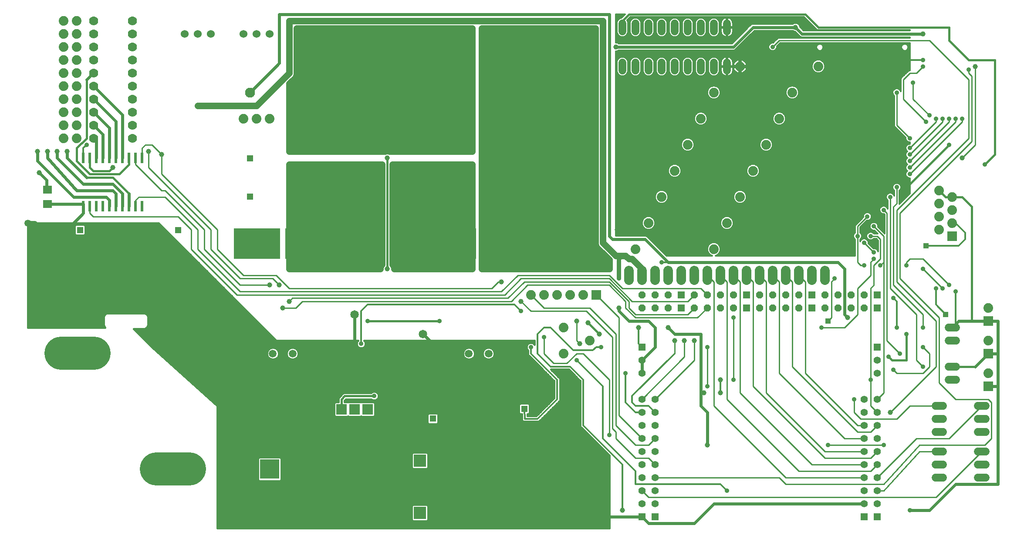
<source format=gbl>
G75*
%MOIN*%
%OFA0B0*%
%FSLAX24Y24*%
%IPPOS*%
%LPD*%
%AMOC8*
5,1,8,0,0,1.08239X$1,22.5*
%
%ADD10C,0.0594*%
%ADD11C,0.0740*%
%ADD12C,0.0591*%
%ADD13R,0.3543X0.2362*%
%ADD14C,0.0397*%
%ADD15C,0.7200*%
%ADD16C,0.2540*%
%ADD17R,0.0515X0.0515*%
%ADD18R,0.1500X0.1500*%
%ADD19R,0.0827X0.0827*%
%ADD20R,0.0740X0.0740*%
%ADD21C,0.0600*%
%ADD22R,0.0236X0.0787*%
%ADD23C,0.0700*%
%ADD24R,0.0709X0.0630*%
%ADD25R,0.0554X0.0554*%
%ADD26OC8,0.0554*%
%ADD27C,0.0554*%
%ADD28C,0.0740*%
%ADD29R,0.0945X0.0945*%
%ADD30C,0.0357*%
%ADD31C,0.0100*%
%ADD32C,0.0160*%
%ADD33C,0.0240*%
%ADD34C,0.0531*%
%ADD35C,0.0320*%
%ADD36C,0.0120*%
%ADD37C,0.0650*%
%ADD38C,0.0500*%
%ADD39C,0.0396*%
%ADD40C,0.0768*%
%ADD41C,0.0475*%
%ADD42R,0.0396X0.0396*%
D10*
X046100Y055328D02*
X046100Y055922D01*
X047100Y055922D02*
X047100Y055328D01*
X048100Y055328D02*
X048100Y055922D01*
X049100Y055922D02*
X049100Y055328D01*
X050100Y055328D02*
X050100Y055922D01*
X051100Y055922D02*
X051100Y055328D01*
X052100Y055328D02*
X052100Y055922D01*
X053100Y055922D02*
X053100Y055328D01*
X054100Y055328D02*
X054100Y055922D01*
X054100Y058328D02*
X054100Y058922D01*
X053100Y058922D02*
X053100Y058328D01*
X052100Y058328D02*
X052100Y058922D01*
X051100Y058922D02*
X051100Y058328D01*
X050100Y058328D02*
X050100Y058922D01*
X049100Y058922D02*
X049100Y058328D01*
X048100Y058328D02*
X048100Y058922D01*
X047100Y058922D02*
X047100Y058328D01*
X046100Y058328D02*
X046100Y058922D01*
X071053Y035625D02*
X071647Y035625D01*
X071647Y034625D02*
X071053Y034625D01*
X071053Y032625D02*
X071647Y032625D01*
X071647Y031625D02*
X071053Y031625D01*
X070647Y029625D02*
X070053Y029625D01*
X070053Y028625D02*
X070647Y028625D01*
X070647Y027625D02*
X070053Y027625D01*
X070053Y026125D02*
X070647Y026125D01*
X070647Y025125D02*
X070053Y025125D01*
X070053Y024125D02*
X070647Y024125D01*
X073303Y024125D02*
X073897Y024125D01*
X073897Y025125D02*
X073303Y025125D01*
X073303Y026125D02*
X073897Y026125D01*
X073897Y027625D02*
X073303Y027625D01*
X073303Y028625D02*
X073897Y028625D01*
X073897Y029625D02*
X073303Y029625D01*
D11*
X074100Y032125D03*
X074100Y034625D03*
X074100Y037125D03*
X071350Y043625D03*
X071350Y044625D03*
X071350Y045625D03*
X070350Y045125D03*
X070350Y046125D03*
X070350Y044125D03*
X070350Y043125D03*
X058100Y051625D03*
X057100Y049625D03*
X056100Y047625D03*
X055100Y045625D03*
X054100Y043625D03*
X053100Y041625D03*
X048100Y043625D03*
X047100Y041625D03*
X043100Y038125D03*
X042100Y038125D03*
X041100Y038125D03*
X040100Y038125D03*
X039100Y038125D03*
X041600Y035625D03*
X043600Y034625D03*
X041600Y033625D03*
X049100Y045625D03*
X050100Y047625D03*
X051100Y049625D03*
X052100Y051625D03*
X053100Y053625D03*
X055100Y055625D03*
X059100Y053625D03*
X061100Y055625D03*
X019100Y051625D03*
X018100Y051625D03*
X017100Y051625D03*
X004350Y051125D03*
X004350Y050125D03*
X003350Y050125D03*
X003350Y051125D03*
X003350Y052125D03*
X003350Y053125D03*
X004350Y053125D03*
X004350Y052125D03*
X004350Y054125D03*
X004350Y055125D03*
X003350Y055125D03*
X003350Y054125D03*
X003350Y056125D03*
X003350Y057125D03*
X004350Y057125D03*
X004350Y056125D03*
X004350Y058125D03*
X003350Y058125D03*
X003350Y059125D03*
X004350Y059125D03*
D12*
X019348Y033625D03*
X020100Y033625D03*
X020852Y033625D03*
X034348Y033625D03*
X035100Y033625D03*
X035852Y033625D03*
D13*
X037069Y042050D03*
X033131Y042050D03*
X022069Y042050D03*
X018131Y042050D03*
D14*
X017868Y041263D03*
X017344Y041263D03*
X016872Y041420D03*
X016596Y041775D03*
X016596Y042326D03*
X016872Y042680D03*
X017344Y042838D03*
X017868Y042838D03*
X018395Y042838D03*
X018919Y042838D03*
X019391Y042680D03*
X019667Y042326D03*
X019667Y041775D03*
X019391Y041420D03*
X018919Y041263D03*
X018395Y041263D03*
X020533Y041775D03*
X020809Y041420D03*
X021281Y041263D03*
X021805Y041263D03*
X022332Y041263D03*
X022856Y041263D03*
X023328Y041420D03*
X023604Y041775D03*
X023604Y042326D03*
X023328Y042680D03*
X022856Y042838D03*
X022332Y042838D03*
X021805Y042838D03*
X021281Y042838D03*
X020809Y042680D03*
X020533Y042326D03*
X031596Y042326D03*
X031872Y042680D03*
X032344Y042838D03*
X032868Y042838D03*
X033395Y042838D03*
X033919Y042838D03*
X034391Y042680D03*
X034667Y042326D03*
X034667Y041775D03*
X034391Y041420D03*
X033919Y041263D03*
X033395Y041263D03*
X032868Y041263D03*
X032344Y041263D03*
X031872Y041420D03*
X031596Y041775D03*
X035533Y041775D03*
X035809Y041420D03*
X036281Y041263D03*
X036805Y041263D03*
X037332Y041263D03*
X037856Y041263D03*
X038328Y041420D03*
X038604Y041775D03*
X038604Y042326D03*
X038328Y042680D03*
X037856Y042838D03*
X037332Y042838D03*
X036805Y042838D03*
X036281Y042838D03*
X035809Y042680D03*
X035533Y042326D03*
D15*
X040100Y054625D03*
X027600Y054625D03*
X040850Y024125D03*
D16*
X012964Y024790D02*
X010424Y024790D01*
X005681Y033649D02*
X003141Y033649D01*
D17*
X004600Y040149D03*
X004600Y043101D03*
X012100Y043101D03*
X012100Y040149D03*
X017600Y045649D03*
X017600Y048601D03*
X031600Y031601D03*
X031600Y028649D03*
X038600Y029399D03*
X038600Y032351D03*
D18*
X019100Y026916D03*
X019100Y024771D03*
X019100Y022625D03*
D19*
X024600Y029361D03*
X025600Y029361D03*
X026600Y029361D03*
D20*
X044100Y038125D03*
X071350Y042625D03*
X074100Y036125D03*
X074100Y033625D03*
X074100Y031125D03*
D21*
X019100Y058125D03*
X018100Y058125D03*
X017100Y058125D03*
X014600Y058125D03*
X013600Y058125D03*
X012600Y058125D03*
D22*
X009350Y048625D03*
X008850Y048625D03*
X008350Y048625D03*
X007850Y048625D03*
X007350Y048625D03*
X006850Y048625D03*
X006350Y048625D03*
X005850Y048625D03*
X005350Y048625D03*
X004850Y048625D03*
X004850Y044924D03*
X005350Y044924D03*
X005850Y044924D03*
X006350Y044924D03*
X006850Y044924D03*
X007350Y044924D03*
X007850Y044924D03*
X008350Y044924D03*
X008850Y044924D03*
X009350Y044924D03*
D23*
X008600Y050125D03*
X008600Y051125D03*
X008600Y052125D03*
X008600Y053125D03*
X008600Y054125D03*
X008600Y055125D03*
X008600Y056125D03*
X008600Y057125D03*
X008600Y058125D03*
X008600Y059125D03*
X005647Y059125D03*
X005647Y058125D03*
X005647Y057125D03*
X005647Y056125D03*
X005647Y055125D03*
X005647Y054125D03*
X005647Y053125D03*
X005647Y052125D03*
X005647Y051125D03*
X005647Y050125D03*
D24*
X002100Y046176D03*
X002100Y045074D03*
D25*
X047600Y034125D03*
X050600Y037125D03*
X050600Y038125D03*
X055600Y038125D03*
X055600Y037125D03*
X060600Y037125D03*
X060600Y038125D03*
X065600Y038125D03*
X065600Y037125D03*
X065600Y034125D03*
X065600Y021125D03*
X064600Y021125D03*
X048600Y021125D03*
X047600Y021125D03*
D26*
X047600Y037125D03*
X047600Y038125D03*
X048600Y038125D03*
X049600Y038125D03*
X049600Y037125D03*
X048600Y037125D03*
X051600Y037125D03*
X051600Y038125D03*
X052600Y038125D03*
X053600Y038125D03*
X054600Y038125D03*
X054600Y037125D03*
X053600Y037125D03*
X052600Y037125D03*
X056600Y037125D03*
X057600Y037125D03*
X058600Y037125D03*
X058600Y038125D03*
X057600Y038125D03*
X056600Y038125D03*
X059600Y038125D03*
X059600Y037125D03*
X061600Y037125D03*
X061600Y038125D03*
X062600Y038125D03*
X063600Y038125D03*
X064600Y038125D03*
X064600Y037125D03*
X063600Y037125D03*
X062600Y037125D03*
D27*
X065600Y033125D03*
X065600Y032125D03*
X065600Y030125D03*
X065600Y029125D03*
X064600Y029125D03*
X064600Y030125D03*
X064600Y028125D03*
X064600Y027125D03*
X065600Y027125D03*
X065600Y028125D03*
X065600Y026125D03*
X065600Y025125D03*
X064600Y025125D03*
X064600Y026125D03*
X064600Y024125D03*
X065600Y024125D03*
X065600Y023125D03*
X065600Y022125D03*
X064600Y022125D03*
X064600Y023125D03*
X048600Y023125D03*
X048600Y022125D03*
X047600Y022125D03*
X047600Y023125D03*
X047600Y024125D03*
X047600Y025125D03*
X047600Y026125D03*
X047600Y027125D03*
X047600Y028125D03*
X047600Y029125D03*
X047600Y030125D03*
X048600Y030125D03*
X048600Y029125D03*
X048600Y028125D03*
X048600Y027125D03*
X048600Y026125D03*
X048600Y025125D03*
X048600Y024125D03*
X047600Y032125D03*
X047600Y033125D03*
D28*
X047600Y039255D02*
X047600Y039995D01*
X046600Y039995D02*
X046600Y039255D01*
X048600Y039255D02*
X048600Y039995D01*
X049600Y039995D02*
X049600Y039255D01*
X050600Y039255D02*
X050600Y039995D01*
X051600Y039995D02*
X051600Y039255D01*
X052600Y039255D02*
X052600Y039995D01*
X053600Y039995D02*
X053600Y039255D01*
X054600Y039255D02*
X054600Y039995D01*
X055600Y039995D02*
X055600Y039255D01*
X056600Y039255D02*
X056600Y039995D01*
X057600Y039995D02*
X057600Y039255D01*
X058600Y039255D02*
X058600Y039995D01*
X059600Y039995D02*
X059600Y039255D01*
X060600Y039255D02*
X060600Y039995D01*
X061600Y039995D02*
X061600Y039255D01*
D29*
X034600Y025424D03*
X030600Y025424D03*
X030600Y021424D03*
X034600Y021424D03*
D30*
X045100Y027375D03*
X046350Y032125D03*
X044475Y034125D03*
X042600Y033125D03*
X040100Y034875D03*
X039100Y034125D03*
X038350Y036875D03*
X032100Y036125D03*
X026600Y036125D03*
X026100Y034375D03*
X025600Y033875D03*
X027100Y030375D03*
X045850Y039375D03*
X049100Y040625D03*
X054600Y036375D03*
X052600Y034125D03*
X054600Y031625D03*
X052600Y031125D03*
X061350Y035625D03*
X062350Y039375D03*
X064600Y040375D03*
X065350Y040875D03*
X065350Y041375D03*
X064600Y042125D03*
X064100Y042625D03*
X065100Y042625D03*
X065350Y043375D03*
X064850Y044125D03*
X066100Y044625D03*
X066600Y045625D03*
X067100Y046375D03*
X068100Y047375D03*
X068100Y047875D03*
X068100Y048375D03*
X068100Y048875D03*
X068100Y049375D03*
X067600Y049750D03*
X068100Y050125D03*
X069350Y051375D03*
X069600Y051875D03*
X070100Y051625D03*
X070600Y051625D03*
X071100Y051625D03*
X071600Y051625D03*
X072100Y051625D03*
X071100Y049625D03*
X073850Y048125D03*
X067100Y053625D03*
X067100Y054125D03*
X068350Y054375D03*
X069100Y055625D03*
X069100Y056125D03*
X066850Y057125D03*
X066100Y052125D03*
X065100Y050125D03*
X064100Y048125D03*
X063100Y046375D03*
X062100Y044375D03*
X061100Y042375D03*
X065850Y040375D03*
X067850Y040375D03*
X069100Y040125D03*
X070100Y038625D03*
X070600Y038625D03*
X071100Y038875D03*
X071600Y038375D03*
X069100Y035625D03*
X067850Y035125D03*
X067100Y035625D03*
X067350Y033625D03*
X066475Y033375D03*
X066850Y032375D03*
X065100Y031625D03*
X063850Y030125D03*
X061850Y026625D03*
X066100Y026625D03*
X068100Y021625D03*
X069100Y032625D03*
X069100Y034125D03*
X066850Y037875D03*
X054100Y023125D03*
X072600Y055375D03*
X057600Y057125D03*
X005100Y049625D03*
D31*
X008850Y048625D02*
X008850Y048125D01*
X010850Y046125D01*
X011100Y046125D01*
X014100Y043125D01*
X014100Y041625D01*
X016850Y038875D01*
X019100Y038875D01*
X019350Y039375D02*
X016850Y039375D01*
X014600Y041625D01*
X014600Y043125D01*
X009850Y047875D01*
X009850Y049125D01*
X009350Y049375D02*
X009350Y048625D01*
X009350Y049375D02*
X009600Y049625D01*
X010100Y049625D01*
X010850Y048875D01*
X010850Y047375D01*
X015100Y043125D01*
X015100Y041625D01*
X017100Y039625D01*
X019600Y039625D01*
X020600Y038625D01*
X036100Y038625D01*
X036600Y039125D01*
X036850Y039125D01*
X036850Y038375D02*
X016850Y038375D01*
X013600Y041625D01*
X013600Y043125D01*
X011100Y045625D01*
X009100Y045625D01*
X008850Y045375D01*
X008850Y044924D01*
X005600Y044125D02*
X005350Y044375D01*
X005350Y044924D01*
X005600Y044125D02*
X012100Y044125D01*
X013100Y043125D01*
X013100Y041625D01*
X016600Y038125D01*
X037100Y038125D01*
X038350Y039375D01*
X045100Y039375D01*
X046850Y037625D01*
X051100Y037625D01*
X051600Y038125D01*
X052100Y038625D02*
X046100Y038625D01*
X045100Y039625D01*
X038100Y039625D01*
X036850Y038375D01*
X037350Y037875D02*
X020850Y037875D01*
X020600Y037625D01*
X021100Y037125D02*
X020100Y037125D01*
X021100Y037125D02*
X021600Y037625D01*
X037600Y037625D01*
X038850Y038875D01*
X045100Y038875D01*
X046350Y037625D01*
X046350Y037125D01*
X047100Y036375D01*
X051850Y036375D01*
X052600Y037125D01*
X052600Y038125D02*
X052100Y038625D01*
X052600Y039625D02*
X053100Y039125D01*
X053100Y029625D01*
X058600Y024125D01*
X064600Y024125D01*
X065100Y024625D02*
X059600Y024625D01*
X054100Y030125D01*
X054100Y039125D01*
X053600Y039625D01*
X054600Y039625D02*
X055100Y039125D01*
X055100Y030625D01*
X060600Y025125D01*
X064600Y025125D01*
X065100Y024625D02*
X065600Y025125D01*
X065100Y025625D02*
X061600Y025625D01*
X056100Y031125D01*
X056100Y039125D01*
X055600Y039625D01*
X056600Y039625D02*
X057100Y039125D01*
X057100Y030625D01*
X061600Y026125D01*
X064600Y026125D01*
X065100Y025625D02*
X065600Y026125D01*
X066100Y026625D02*
X061850Y026625D01*
X063100Y027125D02*
X058100Y032125D01*
X058100Y039125D01*
X057600Y039625D01*
X058600Y039625D02*
X059100Y039125D01*
X059100Y032625D01*
X064100Y027625D01*
X065100Y027625D01*
X065600Y028125D01*
X064600Y028125D02*
X064100Y028125D01*
X060100Y032125D01*
X060100Y039125D01*
X059600Y039625D01*
X062100Y039125D02*
X062350Y039375D01*
X062100Y039125D02*
X062100Y036375D01*
X061850Y036125D01*
X061350Y035625D02*
X063100Y035625D01*
X064100Y036625D01*
X064100Y038625D01*
X065100Y039625D01*
X065100Y040625D01*
X065350Y040875D01*
X065350Y040375D02*
X065350Y038875D01*
X065100Y038625D01*
X065100Y031625D01*
X065100Y029625D01*
X065600Y029125D01*
X065600Y030125D02*
X066100Y030625D01*
X066100Y040625D01*
X065850Y040375D01*
X066100Y040625D02*
X066100Y042625D01*
X065350Y043375D01*
X065600Y042625D02*
X065850Y042375D01*
X065850Y040875D01*
X065350Y040375D01*
X064600Y040375D02*
X064350Y040375D01*
X064100Y040625D01*
X064100Y042625D01*
X064100Y043375D01*
X064850Y044125D01*
X066100Y044625D02*
X066350Y044375D01*
X066350Y034625D01*
X067350Y033625D01*
X068600Y033125D02*
X069100Y032625D01*
X069100Y032125D02*
X067100Y032125D01*
X066850Y032375D01*
X068600Y033125D02*
X068600Y036625D01*
X066600Y038625D01*
X066600Y045625D01*
X067100Y045125D02*
X066850Y044875D01*
X066850Y038875D01*
X069100Y036625D01*
X069100Y035625D01*
X070100Y036125D02*
X070100Y032625D01*
X066600Y029125D01*
X067100Y028625D02*
X064350Y028625D01*
X063850Y029125D01*
X063850Y030125D01*
X064600Y027125D02*
X063100Y027125D01*
X065600Y024125D02*
X068600Y027125D01*
X071100Y027125D01*
X073600Y029625D01*
X074100Y030125D02*
X071600Y030125D01*
X070350Y031375D01*
X070350Y036375D01*
X067350Y039375D01*
X067350Y044375D01*
X072850Y049875D01*
X072850Y054875D01*
X072600Y055125D01*
X072600Y055375D01*
X073100Y055625D02*
X073100Y049625D01*
X072100Y048625D01*
X072600Y050125D02*
X067100Y044625D01*
X067100Y039125D01*
X070100Y036125D01*
X069100Y034125D02*
X069600Y033625D01*
X069600Y032625D01*
X069100Y032125D01*
X068100Y029625D02*
X067100Y028625D01*
X068100Y029625D02*
X070350Y029625D01*
X068850Y026625D02*
X073850Y026625D01*
X074350Y027125D01*
X074350Y029875D01*
X074100Y030125D01*
X073600Y026125D02*
X070100Y022625D01*
X048100Y022625D01*
X047600Y023125D01*
X048600Y024125D02*
X058100Y024125D01*
X058600Y023625D01*
X066100Y023625D01*
X068850Y026625D01*
X068850Y026125D02*
X066100Y023125D01*
X065600Y023125D01*
X068850Y026125D02*
X070350Y026125D01*
X070600Y038625D02*
X069100Y040125D01*
X069100Y040875D02*
X068100Y040875D01*
X067850Y040625D01*
X067850Y040375D01*
X069100Y040875D02*
X071100Y038875D01*
X065350Y041375D02*
X064600Y042125D01*
X065100Y042625D02*
X065600Y042625D01*
X067100Y045125D02*
X067100Y046375D01*
X068100Y047375D02*
X072100Y051375D01*
X072100Y051625D01*
X071600Y051625D02*
X071600Y051375D01*
X068100Y047875D01*
X068100Y048375D02*
X071100Y051375D01*
X071100Y051625D01*
X070600Y051625D02*
X070600Y051375D01*
X068100Y048875D01*
X068100Y049375D02*
X070100Y051375D01*
X070100Y051625D01*
X069600Y051875D02*
X068350Y053125D01*
X068350Y054375D01*
X067600Y054625D02*
X068100Y055125D01*
X068600Y055125D01*
X069100Y055625D01*
X067600Y054625D02*
X067600Y053125D01*
X069350Y051375D01*
X068100Y050125D02*
X067100Y051125D01*
X067100Y053625D01*
X067600Y050125D02*
X067600Y049750D01*
X072600Y050125D02*
X072600Y054625D01*
X069600Y057625D01*
X058100Y057625D01*
X057600Y057125D01*
X071100Y045625D02*
X071350Y045625D01*
X054600Y036375D02*
X054600Y031625D01*
X052600Y031125D02*
X052600Y034125D01*
X051600Y034625D02*
X051600Y033125D01*
X048600Y030125D01*
X047600Y030125D02*
X050850Y033375D01*
X050850Y034625D01*
X050100Y034625D02*
X050100Y033625D01*
X051100Y036625D02*
X047100Y036625D01*
X046600Y037125D01*
X046600Y037625D01*
X045100Y039125D01*
X038600Y039125D01*
X037350Y037875D01*
X038350Y037625D02*
X039100Y036875D01*
X043350Y036875D01*
X045350Y034875D01*
X045350Y027875D01*
X045600Y027625D01*
X045600Y027125D01*
X047100Y025625D01*
X048100Y025625D01*
X048600Y025125D01*
X048100Y026625D02*
X047100Y026625D01*
X045600Y028125D01*
X045600Y035125D01*
X043600Y037125D01*
X040100Y037125D01*
X039100Y038125D01*
X040100Y034875D02*
X040100Y033625D01*
X040850Y032875D01*
X041850Y032875D01*
X042600Y033625D01*
X043100Y033625D01*
X045100Y031625D01*
X045100Y027375D01*
X045850Y028875D02*
X045850Y036375D01*
X044100Y038125D01*
X042600Y036125D02*
X042600Y034625D01*
X042850Y034375D01*
X045850Y028875D02*
X047600Y027125D01*
X048100Y026625D02*
X048600Y027125D01*
X051100Y036625D02*
X051600Y037125D01*
X019850Y038875D02*
X019350Y039375D01*
D32*
X015100Y029625D02*
X015100Y020255D01*
X045100Y020255D01*
X045100Y025813D01*
X043009Y027904D01*
X043009Y027904D01*
X042879Y028034D01*
X042879Y031534D01*
X042009Y032404D01*
X040633Y032404D01*
X041191Y031846D01*
X041191Y031846D01*
X041321Y031716D01*
X041321Y030034D01*
X039821Y028534D01*
X039691Y028404D01*
X038627Y028404D01*
X038539Y028402D01*
X038536Y028404D01*
X038532Y028404D01*
X038470Y028467D01*
X038406Y028527D01*
X038406Y028531D01*
X038403Y028534D01*
X038403Y028622D01*
X038392Y028980D01*
X038276Y028980D01*
X038182Y029075D01*
X038182Y029723D01*
X038276Y029817D01*
X038924Y029817D01*
X039018Y029723D01*
X039018Y029075D01*
X038924Y028980D01*
X038834Y028980D01*
X038838Y028846D01*
X039509Y028846D01*
X040879Y030216D01*
X040879Y031534D01*
X039009Y033404D01*
X039009Y033404D01*
X038879Y033534D01*
X038879Y033866D01*
X038812Y033933D01*
X038761Y034058D01*
X038761Y034192D01*
X038812Y034317D01*
X038908Y034413D01*
X039033Y034464D01*
X039167Y034464D01*
X039292Y034413D01*
X039379Y034325D01*
X039379Y034625D01*
X026330Y034625D01*
X026388Y034567D01*
X026439Y034442D01*
X026439Y034308D01*
X026388Y034183D01*
X026292Y034087D01*
X026167Y034036D01*
X026033Y034036D01*
X025908Y034087D01*
X025812Y034183D01*
X025761Y034308D01*
X025761Y034442D01*
X025812Y034567D01*
X025870Y034625D01*
X019600Y034625D01*
X010600Y043625D01*
X000600Y043625D01*
X000600Y035625D01*
X006497Y035625D01*
X006473Y035645D01*
X006473Y035647D01*
X006470Y035648D01*
X006454Y035677D01*
X006433Y035703D01*
X006434Y035706D01*
X006431Y035707D01*
X006422Y035739D01*
X006406Y035768D01*
X006407Y035771D01*
X006405Y035773D01*
X006401Y035806D01*
X006392Y035837D01*
X006395Y035844D01*
X006395Y035870D01*
X006391Y035908D01*
X006395Y035913D01*
X006395Y036337D01*
X006391Y036342D01*
X006395Y036380D01*
X006395Y036406D01*
X006392Y036413D01*
X006401Y036444D01*
X006405Y036477D01*
X006407Y036479D01*
X006406Y036482D01*
X006422Y036511D01*
X006431Y036543D01*
X006434Y036544D01*
X006433Y036547D01*
X006454Y036573D01*
X006470Y036602D01*
X006473Y036603D01*
X006473Y036605D01*
X006499Y036626D01*
X006520Y036652D01*
X006522Y036652D01*
X006523Y036655D01*
X006552Y036671D01*
X006578Y036692D01*
X006581Y036691D01*
X006582Y036694D01*
X006614Y036703D01*
X006643Y036719D01*
X006646Y036718D01*
X006648Y036720D01*
X006681Y036724D01*
X006712Y036733D01*
X006719Y036730D01*
X006745Y036730D01*
X006783Y036734D01*
X006788Y036730D01*
X009412Y036730D01*
X009417Y036734D01*
X009455Y036730D01*
X009481Y036730D01*
X009488Y036733D01*
X009519Y036724D01*
X009552Y036720D01*
X009554Y036718D01*
X009557Y036719D01*
X009586Y036703D01*
X009618Y036694D01*
X009619Y036691D01*
X009622Y036692D01*
X009648Y036671D01*
X009677Y036655D01*
X009678Y036652D01*
X009680Y036652D01*
X009701Y036626D01*
X009727Y036605D01*
X009727Y036603D01*
X009730Y036602D01*
X009746Y036573D01*
X009767Y036547D01*
X009766Y036544D01*
X009769Y036543D01*
X009778Y036511D01*
X009794Y036482D01*
X009793Y036479D01*
X009795Y036477D01*
X009799Y036444D01*
X009808Y036413D01*
X009805Y036406D01*
X009805Y036380D01*
X009809Y036342D01*
X009805Y036337D01*
X009805Y035913D01*
X009809Y035908D01*
X009805Y035870D01*
X009805Y035844D01*
X009808Y035837D01*
X009799Y035806D01*
X009795Y035773D01*
X009793Y035771D01*
X009794Y035768D01*
X009778Y035739D01*
X009769Y035707D01*
X009766Y035706D01*
X009767Y035703D01*
X009746Y035677D01*
X009730Y035648D01*
X009727Y035647D01*
X009727Y035645D01*
X009701Y035624D01*
X009680Y035598D01*
X009678Y035598D01*
X009677Y035595D01*
X009648Y035579D01*
X009622Y035558D01*
X009619Y035559D01*
X009618Y035556D01*
X009586Y035547D01*
X009557Y035531D01*
X009554Y035532D01*
X009552Y035530D01*
X009519Y035526D01*
X009488Y035517D01*
X009481Y035520D01*
X009455Y035520D01*
X009417Y035516D01*
X009412Y035520D01*
X008705Y035520D01*
X010100Y034125D01*
X015100Y029625D01*
X015089Y029635D02*
X024026Y029635D01*
X024026Y029477D02*
X015100Y029477D01*
X015100Y029318D02*
X024026Y029318D01*
X024026Y029160D02*
X015100Y029160D01*
X015100Y029001D02*
X024026Y029001D01*
X024026Y028881D02*
X024120Y028787D01*
X025080Y028787D01*
X025100Y028807D01*
X025120Y028787D01*
X026080Y028787D01*
X026100Y028807D01*
X026120Y028787D01*
X027080Y028787D01*
X027174Y028881D01*
X027174Y029841D01*
X027080Y029935D01*
X026120Y029935D01*
X026100Y029915D01*
X026080Y029935D01*
X025120Y029935D01*
X025100Y029915D01*
X025080Y029935D01*
X024841Y029935D01*
X024841Y030025D01*
X024950Y030134D01*
X026861Y030134D01*
X026908Y030087D01*
X027033Y030036D01*
X027167Y030036D01*
X027292Y030087D01*
X027388Y030183D01*
X027439Y030308D01*
X027439Y030442D01*
X027388Y030567D01*
X027292Y030663D01*
X027167Y030714D01*
X027033Y030714D01*
X026908Y030663D01*
X026861Y030616D01*
X024802Y030616D01*
X024714Y030579D01*
X024464Y030329D01*
X024464Y030329D01*
X024396Y030261D01*
X024359Y030173D01*
X024359Y029935D01*
X024120Y029935D01*
X024026Y029841D01*
X024026Y028881D01*
X024065Y028843D02*
X015100Y028843D01*
X015100Y028684D02*
X031182Y028684D01*
X031182Y028526D02*
X015100Y028526D01*
X015100Y028367D02*
X031182Y028367D01*
X031182Y028325D02*
X031276Y028230D01*
X031924Y028230D01*
X032018Y028325D01*
X032018Y028973D01*
X031924Y029067D01*
X031276Y029067D01*
X031182Y028973D01*
X031182Y028325D01*
X031182Y028843D02*
X027135Y028843D01*
X027174Y029001D02*
X031210Y029001D01*
X031990Y029001D02*
X038255Y029001D01*
X038182Y029160D02*
X027174Y029160D01*
X027174Y029318D02*
X038182Y029318D01*
X038182Y029477D02*
X027174Y029477D01*
X027174Y029635D02*
X038182Y029635D01*
X038253Y029794D02*
X027174Y029794D01*
X027315Y030111D02*
X040773Y030111D01*
X040879Y030269D02*
X027423Y030269D01*
X027439Y030428D02*
X040879Y030428D01*
X040879Y030586D02*
X027369Y030586D01*
X027100Y030375D02*
X024850Y030375D01*
X024600Y030125D01*
X024600Y029361D01*
X024841Y029952D02*
X040615Y029952D01*
X040456Y029794D02*
X038947Y029794D01*
X039018Y029635D02*
X040298Y029635D01*
X040139Y029477D02*
X039018Y029477D01*
X039018Y029318D02*
X039981Y029318D01*
X039822Y029160D02*
X039018Y029160D01*
X038945Y029001D02*
X039664Y029001D01*
X039971Y028684D02*
X042879Y028684D01*
X042879Y028526D02*
X039813Y028526D01*
X040130Y028843D02*
X042879Y028843D01*
X042879Y029001D02*
X040288Y029001D01*
X040447Y029160D02*
X042879Y029160D01*
X042879Y029318D02*
X040605Y029318D01*
X040764Y029477D02*
X042879Y029477D01*
X042879Y029635D02*
X040922Y029635D01*
X041081Y029794D02*
X042879Y029794D01*
X042879Y029952D02*
X041239Y029952D01*
X041321Y030111D02*
X042879Y030111D01*
X042879Y030269D02*
X041321Y030269D01*
X041321Y030428D02*
X042879Y030428D01*
X042879Y030586D02*
X041321Y030586D01*
X041321Y030745D02*
X042879Y030745D01*
X042879Y030903D02*
X041321Y030903D01*
X041321Y031062D02*
X042879Y031062D01*
X042879Y031220D02*
X041321Y031220D01*
X041321Y031379D02*
X042879Y031379D01*
X042876Y031537D02*
X041321Y031537D01*
X041321Y031696D02*
X042717Y031696D01*
X042559Y031854D02*
X041183Y031854D01*
X041025Y032013D02*
X042400Y032013D01*
X042242Y032171D02*
X040866Y032171D01*
X040708Y032330D02*
X042083Y032330D01*
X040876Y031537D02*
X012976Y031537D01*
X013152Y031379D02*
X040879Y031379D01*
X040879Y031220D02*
X013328Y031220D01*
X013504Y031062D02*
X040879Y031062D01*
X040879Y030903D02*
X013680Y030903D01*
X013856Y030745D02*
X040879Y030745D01*
X040717Y031696D02*
X012799Y031696D01*
X012623Y031854D02*
X040559Y031854D01*
X040400Y032013D02*
X012447Y032013D01*
X012271Y032171D02*
X040242Y032171D01*
X040083Y032330D02*
X012095Y032330D01*
X011919Y032488D02*
X039925Y032488D01*
X039766Y032647D02*
X011743Y032647D01*
X011567Y032805D02*
X039608Y032805D01*
X039449Y032964D02*
X011391Y032964D01*
X011214Y033122D02*
X039291Y033122D01*
X039132Y033281D02*
X036152Y033281D01*
X036110Y033238D02*
X036239Y033367D01*
X036308Y033534D01*
X036308Y033716D01*
X036239Y033883D01*
X036110Y034012D01*
X035943Y034081D01*
X035761Y034081D01*
X035594Y034012D01*
X035465Y033883D01*
X035396Y033716D01*
X035396Y033534D01*
X035465Y033367D01*
X035594Y033238D01*
X035761Y033169D01*
X035943Y033169D01*
X036110Y033238D01*
X036268Y033439D02*
X038974Y033439D01*
X038879Y033598D02*
X036308Y033598D01*
X036291Y033756D02*
X038879Y033756D01*
X038831Y033915D02*
X036207Y033915D01*
X035962Y034073D02*
X038761Y034073D01*
X038777Y034232D02*
X026408Y034232D01*
X026439Y034390D02*
X038885Y034390D01*
X039315Y034390D02*
X039379Y034390D01*
X039379Y034549D02*
X026395Y034549D01*
X026257Y034073D02*
X034238Y034073D01*
X034257Y034081D02*
X034090Y034012D01*
X033961Y033883D01*
X033892Y033716D01*
X033892Y033534D01*
X033961Y033367D01*
X034090Y033238D01*
X034257Y033169D01*
X034439Y033169D01*
X034606Y033238D01*
X034735Y033367D01*
X034804Y033534D01*
X034804Y033716D01*
X034735Y033883D01*
X034606Y034012D01*
X034439Y034081D01*
X034257Y034081D01*
X034458Y034073D02*
X035742Y034073D01*
X035497Y033915D02*
X034703Y033915D01*
X034787Y033756D02*
X035413Y033756D01*
X035396Y033598D02*
X034804Y033598D01*
X034765Y033439D02*
X035435Y033439D01*
X035552Y033281D02*
X034648Y033281D01*
X034048Y033281D02*
X021152Y033281D01*
X021110Y033238D02*
X021239Y033367D01*
X021308Y033534D01*
X021308Y033716D01*
X021239Y033883D01*
X021110Y034012D01*
X020943Y034081D01*
X020761Y034081D01*
X020594Y034012D01*
X020465Y033883D01*
X020396Y033716D01*
X020396Y033534D01*
X020465Y033367D01*
X020594Y033238D01*
X020761Y033169D01*
X020943Y033169D01*
X021110Y033238D01*
X021268Y033439D02*
X033932Y033439D01*
X033892Y033598D02*
X021308Y033598D01*
X021291Y033756D02*
X033909Y033756D01*
X033993Y033915D02*
X021207Y033915D01*
X020962Y034073D02*
X025943Y034073D01*
X025792Y034232D02*
X009993Y034232D01*
X009835Y034390D02*
X025761Y034390D01*
X025805Y034549D02*
X009676Y034549D01*
X009518Y034707D02*
X019518Y034707D01*
X019359Y034866D02*
X009359Y034866D01*
X009201Y035024D02*
X019201Y035024D01*
X019042Y035183D02*
X009042Y035183D01*
X008884Y035341D02*
X018884Y035341D01*
X018725Y035500D02*
X008725Y035500D01*
X009735Y035658D02*
X018567Y035658D01*
X018408Y035817D02*
X009802Y035817D01*
X009805Y035975D02*
X018250Y035975D01*
X018091Y036134D02*
X009805Y036134D01*
X009805Y036292D02*
X017933Y036292D01*
X017774Y036451D02*
X009798Y036451D01*
X009723Y036609D02*
X017616Y036609D01*
X017457Y036768D02*
X000600Y036768D01*
X000600Y036926D02*
X017299Y036926D01*
X017140Y037085D02*
X000600Y037085D01*
X000600Y037243D02*
X016982Y037243D01*
X016823Y037402D02*
X000600Y037402D01*
X000600Y037560D02*
X016665Y037560D01*
X016506Y037719D02*
X000600Y037719D01*
X000600Y037877D02*
X016348Y037877D01*
X016189Y038036D02*
X000600Y038036D01*
X000600Y038194D02*
X016031Y038194D01*
X015872Y038353D02*
X000600Y038353D01*
X000600Y038511D02*
X015714Y038511D01*
X015555Y038670D02*
X000600Y038670D01*
X000600Y038828D02*
X015397Y038828D01*
X015238Y038987D02*
X000600Y038987D01*
X000600Y039145D02*
X015080Y039145D01*
X014921Y039304D02*
X000600Y039304D01*
X000600Y039462D02*
X014763Y039462D01*
X014604Y039621D02*
X000600Y039621D01*
X000600Y039779D02*
X014446Y039779D01*
X014287Y039938D02*
X000600Y039938D01*
X000600Y040096D02*
X014129Y040096D01*
X013970Y040255D02*
X000600Y040255D01*
X000600Y040413D02*
X013812Y040413D01*
X013653Y040572D02*
X000600Y040572D01*
X000600Y040730D02*
X013495Y040730D01*
X013336Y040889D02*
X000600Y040889D01*
X000600Y041047D02*
X013178Y041047D01*
X013019Y041206D02*
X000600Y041206D01*
X000600Y041364D02*
X012861Y041364D01*
X012702Y041523D02*
X000600Y041523D01*
X000600Y041681D02*
X012544Y041681D01*
X012385Y041840D02*
X000600Y041840D01*
X000600Y041998D02*
X012227Y041998D01*
X012068Y042157D02*
X000600Y042157D01*
X000600Y042315D02*
X011910Y042315D01*
X011751Y042474D02*
X000600Y042474D01*
X000600Y042632D02*
X011593Y042632D01*
X011434Y042791D02*
X005018Y042791D01*
X005018Y042777D02*
X004924Y042683D01*
X004276Y042683D01*
X004182Y042777D01*
X004182Y043425D01*
X004276Y043520D01*
X004924Y043520D01*
X005018Y043425D01*
X005018Y042777D01*
X005018Y042949D02*
X011276Y042949D01*
X011117Y043108D02*
X005018Y043108D01*
X005018Y043266D02*
X010959Y043266D01*
X010800Y043425D02*
X005018Y043425D01*
X004182Y043425D02*
X000600Y043425D01*
X000600Y043583D02*
X010642Y043583D01*
X008350Y045875D02*
X007100Y047125D01*
X005100Y047125D01*
X005350Y047375D02*
X007600Y047375D01*
X008350Y048125D01*
X008350Y048625D01*
X007100Y047875D02*
X006850Y047625D01*
X005600Y047625D01*
X005350Y047875D01*
X005350Y048625D01*
X004350Y048375D02*
X004350Y049375D01*
X005100Y050125D01*
X005100Y054625D01*
X004350Y048375D02*
X005350Y047375D01*
X004182Y043266D02*
X000600Y043266D01*
X000600Y043108D02*
X004182Y043108D01*
X004182Y042949D02*
X000600Y042949D01*
X000600Y042791D02*
X004182Y042791D01*
X006477Y036609D02*
X000600Y036609D01*
X000600Y036451D02*
X006402Y036451D01*
X006395Y036292D02*
X000600Y036292D01*
X000600Y036134D02*
X006395Y036134D01*
X006395Y035975D02*
X000600Y035975D01*
X000600Y035817D02*
X006398Y035817D01*
X006465Y035658D02*
X000600Y035658D01*
X010158Y034073D02*
X019238Y034073D01*
X019257Y034081D02*
X019090Y034012D01*
X018961Y033883D01*
X018892Y033716D01*
X018892Y033534D01*
X018961Y033367D01*
X019090Y033238D01*
X019257Y033169D01*
X019439Y033169D01*
X019606Y033238D01*
X019735Y033367D01*
X019804Y033534D01*
X019804Y033716D01*
X019735Y033883D01*
X019606Y034012D01*
X019439Y034081D01*
X019257Y034081D01*
X019458Y034073D02*
X020742Y034073D01*
X020497Y033915D02*
X019703Y033915D01*
X019787Y033756D02*
X020413Y033756D01*
X020396Y033598D02*
X019804Y033598D01*
X019765Y033439D02*
X020435Y033439D01*
X020552Y033281D02*
X019648Y033281D01*
X019048Y033281D02*
X011038Y033281D01*
X010862Y033439D02*
X018932Y033439D01*
X018892Y033598D02*
X010686Y033598D01*
X010510Y033756D02*
X018909Y033756D01*
X018993Y033915D02*
X010334Y033915D01*
X014032Y030586D02*
X024730Y030586D01*
X024562Y030428D02*
X014208Y030428D01*
X014384Y030269D02*
X024404Y030269D01*
X024359Y030111D02*
X014561Y030111D01*
X014737Y029952D02*
X024359Y029952D01*
X024026Y029794D02*
X014913Y029794D01*
X015100Y028209D02*
X042879Y028209D01*
X042879Y028367D02*
X032018Y028367D01*
X032018Y028526D02*
X038407Y028526D01*
X038401Y028684D02*
X032018Y028684D01*
X032018Y028843D02*
X038396Y028843D01*
X042879Y028050D02*
X015100Y028050D01*
X015100Y027892D02*
X043021Y027892D01*
X043180Y027733D02*
X015100Y027733D01*
X015100Y027575D02*
X043338Y027575D01*
X043497Y027416D02*
X015100Y027416D01*
X015100Y027258D02*
X043655Y027258D01*
X043814Y027099D02*
X015100Y027099D01*
X015100Y026941D02*
X043972Y026941D01*
X044131Y026782D02*
X015100Y026782D01*
X015100Y026624D02*
X044289Y026624D01*
X044448Y026465D02*
X015100Y026465D01*
X015100Y026307D02*
X044606Y026307D01*
X044765Y026148D02*
X015100Y026148D01*
X015100Y025990D02*
X029993Y025990D01*
X029967Y025963D02*
X029967Y024885D01*
X030061Y024791D01*
X031139Y024791D01*
X031233Y024885D01*
X031233Y025963D01*
X031139Y026057D01*
X030061Y026057D01*
X029967Y025963D01*
X029967Y025831D02*
X015100Y025831D01*
X015100Y025673D02*
X018275Y025673D01*
X018283Y025681D02*
X018189Y025587D01*
X018189Y023954D01*
X018283Y023860D01*
X019917Y023860D01*
X020011Y023954D01*
X020011Y025587D01*
X019917Y025681D01*
X018283Y025681D01*
X018189Y025514D02*
X015100Y025514D01*
X015100Y025356D02*
X018189Y025356D01*
X018189Y025197D02*
X015100Y025197D01*
X015100Y025039D02*
X018189Y025039D01*
X018189Y024880D02*
X015100Y024880D01*
X015100Y024722D02*
X018189Y024722D01*
X018189Y024563D02*
X015100Y024563D01*
X015100Y024405D02*
X018189Y024405D01*
X018189Y024246D02*
X015100Y024246D01*
X015100Y024088D02*
X018189Y024088D01*
X018214Y023929D02*
X015100Y023929D01*
X015100Y023771D02*
X045100Y023771D01*
X045100Y023929D02*
X019986Y023929D01*
X020011Y024088D02*
X045100Y024088D01*
X045100Y024246D02*
X020011Y024246D01*
X020011Y024405D02*
X045100Y024405D01*
X045100Y024563D02*
X020011Y024563D01*
X020011Y024722D02*
X045100Y024722D01*
X045100Y024880D02*
X031228Y024880D01*
X031233Y025039D02*
X045100Y025039D01*
X045100Y025197D02*
X031233Y025197D01*
X031233Y025356D02*
X045100Y025356D01*
X045100Y025514D02*
X031233Y025514D01*
X031233Y025673D02*
X045100Y025673D01*
X045082Y025831D02*
X031233Y025831D01*
X031207Y025990D02*
X044923Y025990D01*
X045100Y023612D02*
X015100Y023612D01*
X015100Y023454D02*
X045100Y023454D01*
X045100Y023295D02*
X015100Y023295D01*
X015100Y023137D02*
X045100Y023137D01*
X045100Y022978D02*
X015100Y022978D01*
X015100Y022820D02*
X045100Y022820D01*
X045100Y022661D02*
X015100Y022661D01*
X015100Y022503D02*
X045100Y022503D01*
X045100Y022344D02*
X015100Y022344D01*
X015100Y022186D02*
X045100Y022186D01*
X045100Y022027D02*
X031169Y022027D01*
X031139Y022057D02*
X030061Y022057D01*
X029967Y021963D01*
X029967Y020885D01*
X030061Y020791D01*
X031139Y020791D01*
X031233Y020885D01*
X031233Y021963D01*
X031139Y022057D01*
X031233Y021869D02*
X045100Y021869D01*
X045100Y021710D02*
X031233Y021710D01*
X031233Y021552D02*
X045100Y021552D01*
X045100Y021393D02*
X031233Y021393D01*
X031233Y021235D02*
X045100Y021235D01*
X045100Y021076D02*
X031233Y021076D01*
X031233Y020918D02*
X045100Y020918D01*
X045100Y020759D02*
X015100Y020759D01*
X015100Y020601D02*
X045100Y020601D01*
X045100Y020442D02*
X015100Y020442D01*
X015100Y020284D02*
X045100Y020284D01*
X029967Y020918D02*
X015100Y020918D01*
X015100Y021076D02*
X029967Y021076D01*
X029967Y021235D02*
X015100Y021235D01*
X015100Y021393D02*
X029967Y021393D01*
X029967Y021552D02*
X015100Y021552D01*
X015100Y021710D02*
X029967Y021710D01*
X029967Y021869D02*
X015100Y021869D01*
X015100Y022027D02*
X030031Y022027D01*
X029972Y024880D02*
X020011Y024880D01*
X020011Y025039D02*
X029967Y025039D01*
X029967Y025197D02*
X020011Y025197D01*
X020011Y025356D02*
X029967Y025356D01*
X029967Y025514D02*
X020011Y025514D01*
X019925Y025673D02*
X029967Y025673D01*
X026885Y030111D02*
X024926Y030111D01*
X026600Y036125D02*
X032100Y036125D01*
X028100Y040125D02*
X028100Y048625D01*
X043475Y036000D02*
X044350Y035125D01*
X066475Y033375D02*
X066725Y033125D01*
X067850Y033125D01*
X067850Y035125D01*
X071350Y032625D02*
X073100Y032625D01*
X072850Y036125D02*
X072850Y044875D01*
X072100Y045625D01*
X071350Y045625D01*
X070850Y045625D01*
X070350Y046125D01*
X068100Y046625D02*
X067600Y046625D01*
X068100Y046625D02*
X071100Y049625D01*
X073850Y048125D02*
X074600Y048875D01*
X074600Y056125D01*
X072600Y056125D01*
X071100Y057625D01*
X071100Y058625D01*
X061100Y058625D01*
X060100Y059625D01*
X046600Y059625D01*
X046100Y059125D01*
X046100Y058625D01*
D33*
X045100Y059625D02*
X045100Y042625D01*
X045350Y042375D01*
X047850Y042375D01*
X049600Y040625D01*
X062600Y040625D01*
X063100Y040125D01*
X063100Y036625D01*
X063350Y036375D01*
X071350Y035625D02*
X071600Y035875D01*
X071850Y036125D01*
X072850Y036125D01*
X074100Y036125D01*
X074850Y036125D01*
X074850Y033625D01*
X074100Y033625D01*
X073100Y032625D01*
X074100Y031125D02*
X074850Y031125D01*
X074850Y033625D01*
X074850Y031125D02*
X074850Y023625D01*
X071600Y023625D01*
X069600Y021625D01*
X068100Y021625D01*
X064600Y022125D02*
X053100Y022125D01*
X051600Y020625D01*
X048100Y020625D01*
X047600Y021125D01*
X043850Y021125D01*
X040850Y024125D01*
X031600Y031601D02*
X031600Y034375D01*
X030850Y035125D01*
X025600Y034125D02*
X025600Y036625D01*
X008350Y044924D02*
X008350Y045875D01*
X007850Y045875D02*
X007100Y046625D01*
X004850Y046625D01*
X002850Y048625D01*
X002850Y049125D01*
X002100Y049125D02*
X002100Y048625D01*
X004350Y046125D01*
X007100Y046125D01*
X007350Y045875D01*
X007350Y044924D01*
X006850Y044924D02*
X006850Y045375D01*
X006600Y045625D01*
X004100Y045625D01*
X001350Y048375D01*
X001350Y049125D01*
X001475Y047500D02*
X002049Y046926D01*
X002049Y046227D01*
X002100Y046176D01*
X002100Y045074D02*
X004850Y045074D01*
X004850Y044924D01*
X004850Y044375D01*
X003600Y043125D01*
X003600Y041149D01*
X004600Y040149D01*
X007850Y044924D02*
X007850Y045875D01*
X007850Y048625D02*
X007850Y051922D01*
X005647Y054125D01*
X005100Y054625D02*
X005600Y055125D01*
X005647Y055125D01*
X005647Y053125D02*
X007350Y051422D01*
X007350Y048625D01*
X006850Y048625D02*
X006850Y050922D01*
X005647Y052125D01*
X005647Y051125D02*
X006350Y050422D01*
X006350Y048625D01*
X005850Y048625D02*
X005850Y049922D01*
X005647Y050125D01*
X003600Y049125D02*
X003600Y048625D01*
X005100Y047125D01*
X017600Y053625D02*
X019850Y055875D01*
X019850Y059625D01*
X045100Y059625D01*
X045600Y057125D02*
X054600Y057125D01*
X056100Y058625D01*
X059350Y058625D01*
X059850Y058125D01*
X069100Y058125D01*
X045850Y037125D02*
X045850Y036875D01*
X046600Y036125D01*
X048100Y036125D01*
X048600Y035625D01*
X048600Y034125D01*
X047600Y033125D01*
X047600Y032125D01*
X050100Y035125D02*
X049600Y035625D01*
X050100Y035125D02*
X052100Y035125D01*
X052100Y030625D01*
X052100Y029625D01*
X052600Y029125D01*
X052600Y026625D01*
D34*
X000600Y043625D03*
D35*
X001124Y043625D01*
X004600Y040149D01*
X045850Y040875D02*
X045850Y039375D01*
X045850Y040875D02*
X046100Y041125D01*
D36*
X045600Y042636D02*
X045600Y056786D01*
X045667Y056786D01*
X045792Y056838D01*
X045818Y056864D01*
X054652Y056864D01*
X054748Y056904D01*
X056208Y058364D01*
X059132Y058364D01*
X059158Y058338D01*
X059283Y058286D01*
X059320Y058286D01*
X059702Y057904D01*
X059798Y057864D01*
X068100Y057864D01*
X068100Y057816D01*
X058021Y057816D01*
X057909Y057704D01*
X057649Y057444D01*
X057537Y057444D01*
X057419Y057396D01*
X057329Y057306D01*
X057281Y057188D01*
X057281Y057062D01*
X057329Y056944D01*
X057419Y056854D01*
X057537Y056806D01*
X057663Y056806D01*
X057781Y056854D01*
X057871Y056944D01*
X057919Y057062D01*
X057919Y057174D01*
X058179Y057434D01*
X068100Y057434D01*
X068100Y055316D01*
X068021Y055316D01*
X067909Y055204D01*
X067409Y054704D01*
X067409Y053712D01*
X067371Y053806D01*
X067281Y053896D01*
X067163Y053944D01*
X067037Y053944D01*
X066919Y053896D01*
X066829Y053806D01*
X066781Y053688D01*
X066781Y053562D01*
X066829Y053444D01*
X066909Y053364D01*
X066909Y051046D01*
X067021Y050934D01*
X067781Y050174D01*
X067781Y050062D01*
X067829Y049944D01*
X067919Y049854D01*
X068037Y049806D01*
X068100Y049806D01*
X068100Y049694D01*
X068037Y049694D01*
X067919Y049646D01*
X067829Y049556D01*
X067781Y049438D01*
X067781Y049312D01*
X067829Y049194D01*
X067899Y049125D01*
X067829Y049056D01*
X067781Y048938D01*
X067781Y048812D01*
X067829Y048694D01*
X067899Y048625D01*
X067829Y048556D01*
X067781Y048438D01*
X067781Y048312D01*
X067829Y048194D01*
X067899Y048125D01*
X067829Y048056D01*
X067781Y047938D01*
X067781Y047812D01*
X067829Y047694D01*
X067899Y047625D01*
X067829Y047556D01*
X067781Y047438D01*
X067781Y047312D01*
X067829Y047194D01*
X067919Y047104D01*
X068037Y047056D01*
X068100Y047056D01*
X068100Y045895D01*
X067291Y045085D01*
X067291Y046114D01*
X067371Y046194D01*
X067419Y046312D01*
X067419Y046438D01*
X067371Y046556D01*
X067281Y046646D01*
X067163Y046694D01*
X067037Y046694D01*
X066919Y046646D01*
X066829Y046556D01*
X066781Y046438D01*
X066781Y046312D01*
X066829Y046194D01*
X066909Y046114D01*
X066909Y045712D01*
X066871Y045806D01*
X066781Y045896D01*
X066663Y045944D01*
X066537Y045944D01*
X066419Y045896D01*
X066329Y045806D01*
X066281Y045688D01*
X066281Y045562D01*
X066329Y045444D01*
X066409Y045364D01*
X066409Y044712D01*
X066371Y044806D01*
X066281Y044896D01*
X066163Y044944D01*
X066037Y044944D01*
X065919Y044896D01*
X065829Y044806D01*
X065781Y044688D01*
X065781Y044562D01*
X065829Y044444D01*
X065919Y044354D01*
X066037Y044306D01*
X066149Y044306D01*
X066159Y044296D01*
X066159Y042835D01*
X065669Y043326D01*
X065669Y043438D01*
X065621Y043556D01*
X065531Y043646D01*
X065413Y043694D01*
X065287Y043694D01*
X065169Y043646D01*
X065079Y043556D01*
X065031Y043438D01*
X065031Y043312D01*
X065079Y043194D01*
X065169Y043104D01*
X065287Y043056D01*
X065399Y043056D01*
X065640Y042816D01*
X065361Y042816D01*
X065281Y042896D01*
X065163Y042944D01*
X065037Y042944D01*
X064919Y042896D01*
X064829Y042806D01*
X064781Y042688D01*
X064781Y042562D01*
X064829Y042444D01*
X064919Y042354D01*
X065037Y042306D01*
X065163Y042306D01*
X065281Y042354D01*
X065361Y042434D01*
X065521Y042434D01*
X065659Y042296D01*
X065659Y041462D01*
X065621Y041556D01*
X065531Y041646D01*
X065413Y041694D01*
X065301Y041694D01*
X064919Y042076D01*
X064919Y042188D01*
X064871Y042306D01*
X064781Y042396D01*
X064663Y042444D01*
X064537Y042444D01*
X064419Y042396D01*
X064329Y042306D01*
X064291Y042212D01*
X064291Y042364D01*
X064371Y042444D01*
X064419Y042562D01*
X064419Y042688D01*
X064371Y042806D01*
X064291Y042886D01*
X064291Y043296D01*
X064801Y043806D01*
X064913Y043806D01*
X065031Y043854D01*
X065121Y043944D01*
X065169Y044062D01*
X066159Y044062D01*
X066159Y043944D02*
X065120Y043944D01*
X065169Y044062D02*
X065169Y044188D01*
X065121Y044306D01*
X065031Y044396D01*
X064913Y044444D01*
X064787Y044444D01*
X064669Y044396D01*
X064579Y044306D01*
X064531Y044188D01*
X064531Y044076D01*
X064021Y043566D01*
X063909Y043454D01*
X063909Y042886D01*
X063829Y042806D01*
X063781Y042688D01*
X063781Y042562D01*
X063829Y042444D01*
X063909Y042364D01*
X063909Y041125D01*
X053227Y041125D01*
X053389Y041192D01*
X053533Y041336D01*
X053611Y041523D01*
X053611Y041727D01*
X053533Y041914D01*
X053389Y042058D01*
X053202Y042136D01*
X052998Y042136D01*
X052811Y042058D01*
X052667Y041914D01*
X052589Y041727D01*
X052589Y041523D01*
X052667Y041336D01*
X052811Y041192D01*
X052973Y041125D01*
X049469Y041125D01*
X047998Y042596D01*
X047902Y042636D01*
X045600Y042636D01*
X045600Y042640D02*
X063781Y042640D01*
X063797Y042522D02*
X048072Y042522D01*
X048191Y042403D02*
X063871Y042403D01*
X063909Y042285D02*
X048309Y042285D01*
X048428Y042166D02*
X063909Y042166D01*
X063909Y042048D02*
X053400Y042048D01*
X053518Y041929D02*
X063909Y041929D01*
X063909Y041811D02*
X053576Y041811D01*
X053611Y041692D02*
X063909Y041692D01*
X063909Y041574D02*
X053611Y041574D01*
X053582Y041455D02*
X063909Y041455D01*
X063909Y041337D02*
X053533Y041337D01*
X053415Y041218D02*
X063909Y041218D01*
X064291Y042285D02*
X064321Y042285D01*
X064329Y042403D02*
X064437Y042403D01*
X064403Y042522D02*
X064797Y042522D01*
X064781Y042640D02*
X064419Y042640D01*
X064390Y042759D02*
X064810Y042759D01*
X064901Y042877D02*
X064299Y042877D01*
X064291Y042996D02*
X065460Y042996D01*
X065578Y042877D02*
X065299Y042877D01*
X065160Y043114D02*
X064291Y043114D01*
X064291Y043233D02*
X065064Y043233D01*
X065031Y043351D02*
X064346Y043351D01*
X064464Y043470D02*
X065044Y043470D01*
X065112Y043588D02*
X064583Y043588D01*
X064701Y043707D02*
X066159Y043707D01*
X066159Y043825D02*
X064960Y043825D01*
X065169Y044181D02*
X066159Y044181D01*
X066156Y044299D02*
X065123Y044299D01*
X064978Y044418D02*
X065856Y044418D01*
X065791Y044536D02*
X045600Y044536D01*
X045600Y044418D02*
X064722Y044418D01*
X064577Y044299D02*
X045600Y044299D01*
X045600Y044181D02*
X064531Y044181D01*
X064517Y044062D02*
X054379Y044062D01*
X054389Y044058D02*
X054202Y044136D01*
X053998Y044136D01*
X053811Y044058D01*
X053667Y043914D01*
X053589Y043727D01*
X053589Y043523D01*
X053667Y043336D01*
X053811Y043192D01*
X053998Y043114D01*
X054202Y043114D01*
X054389Y043192D01*
X054533Y043336D01*
X054611Y043523D01*
X054611Y043727D01*
X054533Y043914D01*
X054389Y044058D01*
X054504Y043944D02*
X064399Y043944D01*
X064280Y043825D02*
X054570Y043825D01*
X054611Y043707D02*
X064162Y043707D01*
X064043Y043588D02*
X054611Y043588D01*
X054588Y043470D02*
X063925Y043470D01*
X063909Y043351D02*
X054539Y043351D01*
X054430Y043233D02*
X063909Y043233D01*
X063909Y043114D02*
X045600Y043114D01*
X045600Y042996D02*
X063909Y042996D01*
X063901Y042877D02*
X045600Y042877D01*
X045600Y042759D02*
X063810Y042759D01*
X064763Y042403D02*
X064871Y042403D01*
X064879Y042285D02*
X065659Y042285D01*
X065659Y042166D02*
X064919Y042166D01*
X064947Y042048D02*
X065659Y042048D01*
X065659Y041929D02*
X065066Y041929D01*
X065184Y041811D02*
X065659Y041811D01*
X065659Y041692D02*
X065419Y041692D01*
X065603Y041574D02*
X065659Y041574D01*
X065552Y042403D02*
X065329Y042403D01*
X065999Y042996D02*
X066159Y042996D01*
X066159Y043114D02*
X065881Y043114D01*
X065762Y043233D02*
X066159Y043233D01*
X066159Y043351D02*
X065669Y043351D01*
X065656Y043470D02*
X066159Y043470D01*
X066159Y043588D02*
X065588Y043588D01*
X066118Y042877D02*
X066159Y042877D01*
X065781Y044655D02*
X045600Y044655D01*
X045600Y044773D02*
X065816Y044773D01*
X065915Y044892D02*
X045600Y044892D01*
X045600Y045010D02*
X066409Y045010D01*
X066409Y044892D02*
X066285Y044892D01*
X066384Y044773D02*
X066409Y044773D01*
X066409Y045129D02*
X055236Y045129D01*
X055202Y045114D02*
X055389Y045192D01*
X055533Y045336D01*
X055611Y045523D01*
X055611Y045727D01*
X055533Y045914D01*
X055389Y046058D01*
X055202Y046136D01*
X054998Y046136D01*
X054811Y046058D01*
X054667Y045914D01*
X054589Y045727D01*
X054589Y045523D01*
X054667Y045336D01*
X054811Y045192D01*
X054998Y045114D01*
X055202Y045114D01*
X054964Y045129D02*
X049236Y045129D01*
X049202Y045114D02*
X049389Y045192D01*
X049533Y045336D01*
X049611Y045523D01*
X049611Y045727D01*
X049533Y045914D01*
X049389Y046058D01*
X049202Y046136D01*
X048998Y046136D01*
X048811Y046058D01*
X048667Y045914D01*
X048589Y045727D01*
X048589Y045523D01*
X048667Y045336D01*
X048811Y045192D01*
X048998Y045114D01*
X049202Y045114D01*
X048964Y045129D02*
X045600Y045129D01*
X045600Y045247D02*
X048756Y045247D01*
X048655Y045366D02*
X045600Y045366D01*
X045600Y045484D02*
X048606Y045484D01*
X048589Y045603D02*
X045600Y045603D01*
X045600Y045721D02*
X048589Y045721D01*
X048636Y045840D02*
X045600Y045840D01*
X045600Y045958D02*
X048711Y045958D01*
X048856Y046077D02*
X045600Y046077D01*
X045600Y046195D02*
X066829Y046195D01*
X066781Y046314D02*
X045600Y046314D01*
X045600Y046432D02*
X066781Y046432D01*
X066827Y046551D02*
X045600Y046551D01*
X045600Y046669D02*
X066976Y046669D01*
X067224Y046669D02*
X068100Y046669D01*
X068100Y046551D02*
X067373Y046551D01*
X067419Y046432D02*
X068100Y046432D01*
X068100Y046314D02*
X067419Y046314D01*
X067371Y046195D02*
X068100Y046195D01*
X068100Y046077D02*
X067291Y046077D01*
X067291Y045958D02*
X068100Y045958D01*
X068045Y045840D02*
X067291Y045840D01*
X067291Y045721D02*
X067926Y045721D01*
X067808Y045603D02*
X067291Y045603D01*
X067291Y045484D02*
X067689Y045484D01*
X067571Y045366D02*
X067291Y045366D01*
X067291Y045247D02*
X067452Y045247D01*
X067334Y045129D02*
X067291Y045129D01*
X066909Y045721D02*
X066906Y045721D01*
X066909Y045840D02*
X066837Y045840D01*
X066909Y045958D02*
X055489Y045958D01*
X055564Y045840D02*
X066363Y045840D01*
X066294Y045721D02*
X055611Y045721D01*
X055611Y045603D02*
X066281Y045603D01*
X066313Y045484D02*
X055594Y045484D01*
X055545Y045366D02*
X066408Y045366D01*
X066409Y045247D02*
X055444Y045247D01*
X054756Y045247D02*
X049444Y045247D01*
X049545Y045366D02*
X054655Y045366D01*
X054606Y045484D02*
X049594Y045484D01*
X049611Y045603D02*
X054589Y045603D01*
X054589Y045721D02*
X049611Y045721D01*
X049564Y045840D02*
X054636Y045840D01*
X054711Y045958D02*
X049489Y045958D01*
X049344Y046077D02*
X054856Y046077D01*
X055344Y046077D02*
X066909Y046077D01*
X068100Y046788D02*
X045600Y046788D01*
X045600Y046906D02*
X068100Y046906D01*
X068100Y047025D02*
X045600Y047025D01*
X045600Y047143D02*
X049929Y047143D01*
X049998Y047114D02*
X050202Y047114D01*
X050389Y047192D01*
X050533Y047336D01*
X050611Y047523D01*
X050611Y047727D01*
X050533Y047914D01*
X050389Y048058D01*
X050202Y048136D01*
X049998Y048136D01*
X049811Y048058D01*
X049667Y047914D01*
X049589Y047727D01*
X049589Y047523D01*
X049667Y047336D01*
X049811Y047192D01*
X049998Y047114D01*
X050271Y047143D02*
X055929Y047143D01*
X055998Y047114D02*
X056202Y047114D01*
X056389Y047192D01*
X056533Y047336D01*
X056611Y047523D01*
X056611Y047727D01*
X056533Y047914D01*
X056389Y048058D01*
X056202Y048136D01*
X055998Y048136D01*
X055811Y048058D01*
X055667Y047914D01*
X055589Y047727D01*
X055589Y047523D01*
X055667Y047336D01*
X055811Y047192D01*
X055998Y047114D01*
X056271Y047143D02*
X067881Y047143D01*
X067802Y047262D02*
X056459Y047262D01*
X056551Y047380D02*
X067781Y047380D01*
X067806Y047499D02*
X056600Y047499D01*
X056611Y047617D02*
X067891Y047617D01*
X067812Y047736D02*
X056607Y047736D01*
X056558Y047854D02*
X067781Y047854D01*
X067795Y047973D02*
X056475Y047973D01*
X056309Y048091D02*
X067865Y048091D01*
X067823Y048210D02*
X045600Y048210D01*
X045600Y048328D02*
X067781Y048328D01*
X067784Y048447D02*
X045600Y048447D01*
X045600Y048565D02*
X067839Y048565D01*
X067840Y048684D02*
X045600Y048684D01*
X045600Y048802D02*
X067785Y048802D01*
X067781Y048921D02*
X045600Y048921D01*
X045600Y049039D02*
X067823Y049039D01*
X067866Y049158D02*
X057306Y049158D01*
X057389Y049192D02*
X057533Y049336D01*
X057611Y049523D01*
X057611Y049727D01*
X057533Y049914D01*
X057389Y050058D01*
X057202Y050136D01*
X056998Y050136D01*
X056811Y050058D01*
X056667Y049914D01*
X056589Y049727D01*
X056589Y049523D01*
X056667Y049336D01*
X056811Y049192D01*
X056998Y049114D01*
X057202Y049114D01*
X057389Y049192D01*
X057473Y049276D02*
X067796Y049276D01*
X067781Y049395D02*
X057557Y049395D01*
X057606Y049513D02*
X067812Y049513D01*
X067905Y049632D02*
X057611Y049632D01*
X057601Y049750D02*
X068100Y049750D01*
X067905Y049869D02*
X057552Y049869D01*
X057460Y049987D02*
X067812Y049987D01*
X067781Y050106D02*
X057274Y050106D01*
X056926Y050106D02*
X051274Y050106D01*
X051202Y050136D02*
X051389Y050058D01*
X051533Y049914D01*
X051611Y049727D01*
X051611Y049523D01*
X051533Y049336D01*
X051389Y049192D01*
X051202Y049114D01*
X050998Y049114D01*
X050811Y049192D01*
X050667Y049336D01*
X050589Y049523D01*
X050589Y049727D01*
X050667Y049914D01*
X050811Y050058D01*
X050998Y050136D01*
X051202Y050136D01*
X050926Y050106D02*
X045600Y050106D01*
X045600Y050224D02*
X067731Y050224D01*
X067613Y050343D02*
X045600Y050343D01*
X045600Y050461D02*
X067494Y050461D01*
X067376Y050580D02*
X045600Y050580D01*
X045600Y050698D02*
X067257Y050698D01*
X067139Y050817D02*
X045600Y050817D01*
X045600Y050935D02*
X067020Y050935D01*
X066909Y051054D02*
X045600Y051054D01*
X045600Y051172D02*
X051859Y051172D01*
X051811Y051192D02*
X051998Y051114D01*
X052202Y051114D01*
X052389Y051192D01*
X052533Y051336D01*
X052611Y051523D01*
X052611Y051727D01*
X052533Y051914D01*
X052389Y052058D01*
X052202Y052136D01*
X051998Y052136D01*
X051811Y052058D01*
X051667Y051914D01*
X051589Y051727D01*
X051589Y051523D01*
X051667Y051336D01*
X051811Y051192D01*
X051712Y051291D02*
X045600Y051291D01*
X045600Y051409D02*
X051637Y051409D01*
X051589Y051528D02*
X045600Y051528D01*
X045600Y051646D02*
X051589Y051646D01*
X051605Y051765D02*
X045600Y051765D01*
X045600Y051883D02*
X051654Y051883D01*
X051754Y052002D02*
X045600Y052002D01*
X045600Y052120D02*
X051961Y052120D01*
X052239Y052120D02*
X057961Y052120D01*
X057998Y052136D02*
X057811Y052058D01*
X057667Y051914D01*
X057589Y051727D01*
X057589Y051523D01*
X057667Y051336D01*
X057811Y051192D01*
X057998Y051114D01*
X058202Y051114D01*
X058389Y051192D01*
X058533Y051336D01*
X058611Y051523D01*
X058611Y051727D01*
X058533Y051914D01*
X058389Y052058D01*
X058202Y052136D01*
X057998Y052136D01*
X058239Y052120D02*
X066909Y052120D01*
X066909Y052002D02*
X058446Y052002D01*
X058546Y051883D02*
X066909Y051883D01*
X066909Y051765D02*
X058595Y051765D01*
X058611Y051646D02*
X066909Y051646D01*
X066909Y051528D02*
X058611Y051528D01*
X058563Y051409D02*
X066909Y051409D01*
X066909Y051291D02*
X058488Y051291D01*
X058341Y051172D02*
X066909Y051172D01*
X066600Y052125D02*
X066100Y052125D01*
X066909Y052239D02*
X045600Y052239D01*
X045600Y052357D02*
X066909Y052357D01*
X066909Y052476D02*
X045600Y052476D01*
X045600Y052594D02*
X066909Y052594D01*
X066909Y052713D02*
X045600Y052713D01*
X045600Y052831D02*
X066909Y052831D01*
X066909Y052950D02*
X045600Y052950D01*
X045600Y053068D02*
X066909Y053068D01*
X066909Y053187D02*
X059376Y053187D01*
X059389Y053192D02*
X059533Y053336D01*
X059611Y053523D01*
X059611Y053727D01*
X059533Y053914D01*
X059389Y054058D01*
X059202Y054136D01*
X058998Y054136D01*
X058811Y054058D01*
X058667Y053914D01*
X058589Y053727D01*
X058589Y053523D01*
X058667Y053336D01*
X058811Y053192D01*
X058998Y053114D01*
X059202Y053114D01*
X059389Y053192D01*
X059502Y053305D02*
X066909Y053305D01*
X066850Y053424D02*
X059569Y053424D01*
X059611Y053542D02*
X066789Y053542D01*
X066781Y053661D02*
X059611Y053661D01*
X059589Y053779D02*
X066818Y053779D01*
X066924Y053898D02*
X059540Y053898D01*
X059431Y054016D02*
X067409Y054016D01*
X067409Y053898D02*
X067276Y053898D01*
X067382Y053779D02*
X067409Y053779D01*
X067409Y054135D02*
X059204Y054135D01*
X058996Y054135D02*
X053204Y054135D01*
X053202Y054136D02*
X052998Y054136D01*
X052811Y054058D01*
X052667Y053914D01*
X052589Y053727D01*
X052589Y053523D01*
X052667Y053336D01*
X052811Y053192D01*
X052998Y053114D01*
X053202Y053114D01*
X053389Y053192D01*
X053533Y053336D01*
X053611Y053523D01*
X053611Y053727D01*
X053533Y053914D01*
X053389Y054058D01*
X053202Y054136D01*
X052996Y054135D02*
X045600Y054135D01*
X045600Y054253D02*
X067409Y054253D01*
X067409Y054372D02*
X045600Y054372D01*
X045600Y054490D02*
X067409Y054490D01*
X067409Y054609D02*
X045600Y054609D01*
X045600Y054727D02*
X067432Y054727D01*
X067551Y054846D02*
X045600Y054846D01*
X045600Y054964D02*
X045845Y054964D01*
X045852Y054957D02*
X046013Y054891D01*
X046187Y054891D01*
X046348Y054957D01*
X046471Y055080D01*
X046538Y055241D01*
X046538Y056009D01*
X046471Y056170D01*
X046348Y056293D01*
X046187Y056359D01*
X046013Y056359D01*
X045852Y056293D01*
X045729Y056170D01*
X045662Y056009D01*
X045662Y055241D01*
X045729Y055080D01*
X045852Y054957D01*
X045728Y055083D02*
X045600Y055083D01*
X045600Y055201D02*
X045679Y055201D01*
X045662Y055320D02*
X045600Y055320D01*
X045600Y055438D02*
X045662Y055438D01*
X045662Y055557D02*
X045600Y055557D01*
X045600Y055675D02*
X045662Y055675D01*
X045662Y055794D02*
X045600Y055794D01*
X045600Y055912D02*
X045662Y055912D01*
X045671Y056031D02*
X045600Y056031D01*
X045600Y056149D02*
X045721Y056149D01*
X045827Y056268D02*
X045600Y056268D01*
X045600Y056386D02*
X068100Y056386D01*
X068100Y056268D02*
X054400Y056268D01*
X054398Y056270D02*
X054339Y056313D01*
X054275Y056345D01*
X054207Y056367D01*
X054138Y056378D01*
X054138Y055663D01*
X054557Y055663D01*
X054557Y055958D01*
X054546Y056029D01*
X054523Y056097D01*
X054491Y056161D01*
X054448Y056219D01*
X054398Y056270D01*
X054497Y056149D02*
X055021Y056149D01*
X055042Y056149D02*
X055158Y056149D01*
X055158Y056152D02*
X055224Y056142D01*
X055303Y056116D01*
X055378Y056078D01*
X055445Y056029D01*
X055504Y055970D01*
X055553Y055903D01*
X055591Y055828D01*
X055617Y055749D01*
X055627Y055683D01*
X055158Y055683D01*
X055158Y055567D01*
X055627Y055567D01*
X055617Y055501D01*
X055591Y055422D01*
X055553Y055347D01*
X055504Y055280D01*
X055445Y055221D01*
X055378Y055172D01*
X055303Y055134D01*
X055224Y055108D01*
X055158Y055098D01*
X055158Y055567D01*
X055042Y055567D01*
X055042Y055098D01*
X054976Y055108D01*
X054897Y055134D01*
X054822Y055172D01*
X054755Y055221D01*
X054696Y055280D01*
X054647Y055347D01*
X054609Y055422D01*
X054583Y055501D01*
X054573Y055567D01*
X055042Y055567D01*
X055042Y055683D01*
X054573Y055683D01*
X054583Y055749D01*
X054609Y055828D01*
X054647Y055903D01*
X054696Y055970D01*
X054755Y056029D01*
X054822Y056078D01*
X054897Y056116D01*
X054976Y056142D01*
X055042Y056152D01*
X055042Y055683D01*
X055158Y055683D01*
X055158Y056152D01*
X055179Y056149D02*
X068100Y056149D01*
X068100Y056031D02*
X061417Y056031D01*
X061389Y056058D02*
X061202Y056136D01*
X060998Y056136D01*
X060811Y056058D01*
X060667Y055914D01*
X060589Y055727D01*
X060589Y055523D01*
X060667Y055336D01*
X060811Y055192D01*
X060998Y055114D01*
X061202Y055114D01*
X061389Y055192D01*
X061533Y055336D01*
X061611Y055523D01*
X061611Y055727D01*
X061533Y055914D01*
X061389Y056058D01*
X061534Y055912D02*
X068100Y055912D01*
X068100Y055794D02*
X061583Y055794D01*
X061611Y055675D02*
X068100Y055675D01*
X068100Y055557D02*
X061611Y055557D01*
X061575Y055438D02*
X068100Y055438D01*
X068100Y055320D02*
X061517Y055320D01*
X061398Y055201D02*
X067906Y055201D01*
X067788Y055083D02*
X054486Y055083D01*
X054491Y055089D02*
X054523Y055153D01*
X054546Y055221D01*
X054557Y055292D01*
X054557Y055587D01*
X054138Y055587D01*
X054138Y055663D01*
X054062Y055663D01*
X054062Y055587D01*
X054138Y055587D01*
X054138Y054872D01*
X054207Y054883D01*
X054275Y054905D01*
X054339Y054937D01*
X054398Y054980D01*
X054448Y055031D01*
X054491Y055089D01*
X054539Y055201D02*
X054782Y055201D01*
X054667Y055320D02*
X054557Y055320D01*
X054557Y055438D02*
X054603Y055438D01*
X054574Y055557D02*
X054557Y055557D01*
X054557Y055675D02*
X055042Y055675D01*
X055158Y055675D02*
X060589Y055675D01*
X060589Y055557D02*
X055626Y055557D01*
X055597Y055438D02*
X060625Y055438D01*
X060683Y055320D02*
X055533Y055320D01*
X055418Y055201D02*
X060802Y055201D01*
X060617Y055794D02*
X055603Y055794D01*
X055547Y055912D02*
X060666Y055912D01*
X060783Y056031D02*
X055443Y056031D01*
X055158Y056031D02*
X055042Y056031D01*
X055042Y055912D02*
X055158Y055912D01*
X055158Y055794D02*
X055042Y055794D01*
X055042Y055557D02*
X055158Y055557D01*
X055158Y055438D02*
X055042Y055438D01*
X055042Y055320D02*
X055158Y055320D01*
X055158Y055201D02*
X055042Y055201D01*
X054376Y054964D02*
X067669Y054964D01*
X067100Y054625D02*
X067100Y054125D01*
X067850Y056125D02*
X069100Y056125D01*
X068100Y056505D02*
X045600Y056505D01*
X045600Y056623D02*
X068100Y056623D01*
X068100Y056742D02*
X045600Y056742D01*
X045814Y056860D02*
X057414Y056860D01*
X057315Y056979D02*
X054822Y056979D01*
X054941Y057097D02*
X057281Y057097D01*
X057292Y057216D02*
X055059Y057216D01*
X055178Y057334D02*
X057358Y057334D01*
X057658Y057453D02*
X055296Y057453D01*
X055415Y057571D02*
X057776Y057571D01*
X057895Y057690D02*
X055533Y057690D01*
X055652Y057808D02*
X058013Y057808D01*
X058079Y057334D02*
X061106Y057334D01*
X061063Y057316D02*
X060987Y057241D01*
X060947Y057143D01*
X060947Y057036D01*
X060987Y056938D01*
X061063Y056863D01*
X061161Y056822D01*
X061267Y056822D01*
X061366Y056863D01*
X061441Y056938D01*
X061482Y057036D01*
X061482Y057143D01*
X061441Y057241D01*
X061366Y057316D01*
X061267Y057357D01*
X061161Y057357D01*
X061063Y057316D01*
X060977Y057216D02*
X057960Y057216D01*
X057919Y057097D02*
X060947Y057097D01*
X060971Y056979D02*
X057885Y056979D01*
X057786Y056860D02*
X061069Y056860D01*
X061359Y056860D02*
X067569Y056860D01*
X067563Y056863D02*
X067661Y056822D01*
X067767Y056822D01*
X067866Y056863D01*
X067941Y056938D01*
X067982Y057036D01*
X067982Y057143D01*
X067941Y057241D01*
X067866Y057316D01*
X067767Y057357D01*
X067661Y057357D01*
X067563Y057316D01*
X067487Y057241D01*
X067447Y057143D01*
X067447Y057036D01*
X067487Y056938D01*
X067563Y056863D01*
X067471Y056979D02*
X061458Y056979D01*
X061482Y057097D02*
X067447Y057097D01*
X067477Y057216D02*
X061451Y057216D01*
X061323Y057334D02*
X067606Y057334D01*
X067823Y057334D02*
X068100Y057334D01*
X068100Y057216D02*
X067951Y057216D01*
X067982Y057097D02*
X068100Y057097D01*
X068100Y056979D02*
X067958Y056979D01*
X067859Y056860D02*
X068100Y056860D01*
X067850Y056125D02*
X066850Y057125D01*
X068100Y058386D02*
X059958Y058386D01*
X059689Y058655D01*
X059689Y058692D01*
X059637Y058817D01*
X059542Y058912D01*
X059417Y058964D01*
X059283Y058964D01*
X059158Y058912D01*
X059132Y058886D01*
X056048Y058886D01*
X055952Y058846D01*
X055879Y058773D01*
X054492Y057386D01*
X045818Y057386D01*
X045792Y057412D01*
X045667Y057464D01*
X045600Y057464D01*
X045600Y059625D01*
X046288Y059625D01*
X046022Y059359D01*
X046013Y059359D01*
X045852Y059293D01*
X045729Y059170D01*
X045662Y059009D01*
X045662Y058241D01*
X045729Y058080D01*
X045852Y057957D01*
X046013Y057891D01*
X046187Y057891D01*
X046348Y057957D01*
X046471Y058080D01*
X046538Y058241D01*
X046538Y059009D01*
X046471Y059170D01*
X046464Y059177D01*
X046691Y059404D01*
X060009Y059404D01*
X061009Y058404D01*
X068100Y058404D01*
X068100Y058386D01*
X068100Y058401D02*
X059943Y058401D01*
X059825Y058519D02*
X060894Y058519D01*
X060775Y058638D02*
X059706Y058638D01*
X059662Y058756D02*
X060657Y058756D01*
X060538Y058875D02*
X059580Y058875D01*
X059324Y058282D02*
X056126Y058282D01*
X056007Y058164D02*
X059443Y058164D01*
X059561Y058045D02*
X055889Y058045D01*
X055770Y057927D02*
X059680Y057927D01*
X060420Y058993D02*
X054551Y058993D01*
X054557Y058958D02*
X054546Y059029D01*
X054523Y059097D01*
X054491Y059161D01*
X054448Y059219D01*
X054398Y059270D01*
X054339Y059313D01*
X054275Y059345D01*
X054207Y059367D01*
X054138Y059378D01*
X054138Y058663D01*
X054557Y058663D01*
X054557Y058958D01*
X054557Y058875D02*
X056021Y058875D01*
X055862Y058756D02*
X054557Y058756D01*
X054557Y058587D02*
X054138Y058587D01*
X054138Y058663D01*
X054062Y058663D01*
X054062Y058587D01*
X054138Y058587D01*
X054138Y057872D01*
X054207Y057883D01*
X054275Y057905D01*
X054339Y057937D01*
X054398Y057980D01*
X054448Y058031D01*
X054491Y058089D01*
X054523Y058153D01*
X054546Y058221D01*
X054557Y058292D01*
X054557Y058587D01*
X054557Y058519D02*
X055625Y058519D01*
X055507Y058401D02*
X054557Y058401D01*
X054555Y058282D02*
X055388Y058282D01*
X055270Y058164D02*
X054527Y058164D01*
X054459Y058045D02*
X055151Y058045D01*
X055033Y057927D02*
X054318Y057927D01*
X054138Y057927D02*
X054062Y057927D01*
X054062Y057872D02*
X054062Y058587D01*
X053643Y058587D01*
X053643Y058292D01*
X053654Y058221D01*
X053677Y058153D01*
X053709Y058089D01*
X053752Y058031D01*
X053802Y057980D01*
X053861Y057937D01*
X053925Y057905D01*
X053993Y057883D01*
X054062Y057872D01*
X054062Y058045D02*
X054138Y058045D01*
X054138Y058164D02*
X054062Y058164D01*
X054062Y058282D02*
X054138Y058282D01*
X054138Y058401D02*
X054062Y058401D01*
X054062Y058519D02*
X054138Y058519D01*
X054138Y058638D02*
X055744Y058638D01*
X054914Y057808D02*
X045600Y057808D01*
X045600Y057690D02*
X054796Y057690D01*
X054677Y057571D02*
X045600Y057571D01*
X045695Y057453D02*
X054559Y057453D01*
X053882Y057927D02*
X053274Y057927D01*
X053348Y057957D02*
X053471Y058080D01*
X053538Y058241D01*
X053538Y059009D01*
X053471Y059170D01*
X053348Y059293D01*
X053187Y059359D01*
X053013Y059359D01*
X052852Y059293D01*
X052729Y059170D01*
X052662Y059009D01*
X052662Y058241D01*
X052729Y058080D01*
X052852Y057957D01*
X053013Y057891D01*
X053187Y057891D01*
X053348Y057957D01*
X053436Y058045D02*
X053741Y058045D01*
X053673Y058164D02*
X053505Y058164D01*
X053538Y058282D02*
X053645Y058282D01*
X053643Y058401D02*
X053538Y058401D01*
X053538Y058519D02*
X053643Y058519D01*
X053643Y058663D02*
X054062Y058663D01*
X054062Y059378D01*
X053993Y059367D01*
X053925Y059345D01*
X053861Y059313D01*
X053802Y059270D01*
X053752Y059219D01*
X053709Y059161D01*
X053677Y059097D01*
X053654Y059029D01*
X053643Y058958D01*
X053643Y058663D01*
X053643Y058756D02*
X053538Y058756D01*
X053538Y058638D02*
X054062Y058638D01*
X054062Y058756D02*
X054138Y058756D01*
X054138Y058875D02*
X054062Y058875D01*
X054062Y058993D02*
X054138Y058993D01*
X054138Y059112D02*
X054062Y059112D01*
X054062Y059230D02*
X054138Y059230D01*
X054138Y059349D02*
X054062Y059349D01*
X053935Y059349D02*
X053213Y059349D01*
X052987Y059349D02*
X052213Y059349D01*
X052187Y059359D02*
X052013Y059359D01*
X051852Y059293D01*
X051729Y059170D01*
X051662Y059009D01*
X051662Y058241D01*
X051729Y058080D01*
X051852Y057957D01*
X052013Y057891D01*
X052187Y057891D01*
X052348Y057957D01*
X052471Y058080D01*
X052538Y058241D01*
X052538Y059009D01*
X052471Y059170D01*
X052348Y059293D01*
X052187Y059359D01*
X051987Y059349D02*
X051213Y059349D01*
X051187Y059359D02*
X051013Y059359D01*
X050852Y059293D01*
X050729Y059170D01*
X050662Y059009D01*
X050662Y058241D01*
X050729Y058080D01*
X050852Y057957D01*
X051013Y057891D01*
X051187Y057891D01*
X051348Y057957D01*
X051471Y058080D01*
X051538Y058241D01*
X051538Y059009D01*
X051471Y059170D01*
X051348Y059293D01*
X051187Y059359D01*
X050987Y059349D02*
X050213Y059349D01*
X050187Y059359D02*
X050013Y059359D01*
X049852Y059293D01*
X049729Y059170D01*
X049662Y059009D01*
X049662Y058241D01*
X049729Y058080D01*
X049852Y057957D01*
X050013Y057891D01*
X050187Y057891D01*
X050348Y057957D01*
X050471Y058080D01*
X050538Y058241D01*
X050538Y059009D01*
X050471Y059170D01*
X050348Y059293D01*
X050187Y059359D01*
X049987Y059349D02*
X049213Y059349D01*
X049187Y059359D02*
X049013Y059359D01*
X048852Y059293D01*
X048729Y059170D01*
X048662Y059009D01*
X048662Y058241D01*
X048729Y058080D01*
X048852Y057957D01*
X049013Y057891D01*
X049187Y057891D01*
X049348Y057957D01*
X049471Y058080D01*
X049538Y058241D01*
X049538Y059009D01*
X049471Y059170D01*
X049348Y059293D01*
X049187Y059359D01*
X048987Y059349D02*
X048213Y059349D01*
X048187Y059359D02*
X048013Y059359D01*
X047852Y059293D01*
X047729Y059170D01*
X047662Y059009D01*
X047662Y058241D01*
X047729Y058080D01*
X047852Y057957D01*
X048013Y057891D01*
X048187Y057891D01*
X048348Y057957D01*
X048471Y058080D01*
X048538Y058241D01*
X048538Y059009D01*
X048471Y059170D01*
X048348Y059293D01*
X048187Y059359D01*
X047987Y059349D02*
X047213Y059349D01*
X047187Y059359D02*
X047013Y059359D01*
X046852Y059293D01*
X046729Y059170D01*
X046662Y059009D01*
X046662Y058241D01*
X046729Y058080D01*
X046852Y057957D01*
X047013Y057891D01*
X047187Y057891D01*
X047348Y057957D01*
X047471Y058080D01*
X047538Y058241D01*
X047538Y059009D01*
X047471Y059170D01*
X047348Y059293D01*
X047187Y059359D01*
X046987Y059349D02*
X046636Y059349D01*
X046517Y059230D02*
X046789Y059230D01*
X046705Y059112D02*
X046495Y059112D01*
X046538Y058993D02*
X046662Y058993D01*
X046662Y058875D02*
X046538Y058875D01*
X046538Y058756D02*
X046662Y058756D01*
X046662Y058638D02*
X046538Y058638D01*
X046538Y058519D02*
X046662Y058519D01*
X046662Y058401D02*
X046538Y058401D01*
X046538Y058282D02*
X046662Y058282D01*
X046695Y058164D02*
X046505Y058164D01*
X046436Y058045D02*
X046764Y058045D01*
X046926Y057927D02*
X046274Y057927D01*
X045926Y057927D02*
X045600Y057927D01*
X045600Y058045D02*
X045764Y058045D01*
X045695Y058164D02*
X045600Y058164D01*
X045600Y058282D02*
X045662Y058282D01*
X045662Y058401D02*
X045600Y058401D01*
X045600Y058519D02*
X045662Y058519D01*
X045662Y058638D02*
X045600Y058638D01*
X045600Y058756D02*
X045662Y058756D01*
X045662Y058875D02*
X045600Y058875D01*
X045600Y058993D02*
X045662Y058993D01*
X045705Y059112D02*
X045600Y059112D01*
X045600Y059230D02*
X045789Y059230D01*
X045600Y059349D02*
X045987Y059349D01*
X046130Y059467D02*
X045600Y059467D01*
X045600Y059586D02*
X046248Y059586D01*
X047411Y059230D02*
X047789Y059230D01*
X047705Y059112D02*
X047495Y059112D01*
X047538Y058993D02*
X047662Y058993D01*
X047662Y058875D02*
X047538Y058875D01*
X047538Y058756D02*
X047662Y058756D01*
X047662Y058638D02*
X047538Y058638D01*
X047538Y058519D02*
X047662Y058519D01*
X047662Y058401D02*
X047538Y058401D01*
X047538Y058282D02*
X047662Y058282D01*
X047695Y058164D02*
X047505Y058164D01*
X047436Y058045D02*
X047764Y058045D01*
X047926Y057927D02*
X047274Y057927D01*
X048274Y057927D02*
X048926Y057927D01*
X048764Y058045D02*
X048436Y058045D01*
X048505Y058164D02*
X048695Y058164D01*
X048662Y058282D02*
X048538Y058282D01*
X048538Y058401D02*
X048662Y058401D01*
X048662Y058519D02*
X048538Y058519D01*
X048538Y058638D02*
X048662Y058638D01*
X048662Y058756D02*
X048538Y058756D01*
X048538Y058875D02*
X048662Y058875D01*
X048662Y058993D02*
X048538Y058993D01*
X048495Y059112D02*
X048705Y059112D01*
X048789Y059230D02*
X048411Y059230D01*
X049411Y059230D02*
X049789Y059230D01*
X049705Y059112D02*
X049495Y059112D01*
X049538Y058993D02*
X049662Y058993D01*
X049662Y058875D02*
X049538Y058875D01*
X049538Y058756D02*
X049662Y058756D01*
X049662Y058638D02*
X049538Y058638D01*
X049538Y058519D02*
X049662Y058519D01*
X049662Y058401D02*
X049538Y058401D01*
X049538Y058282D02*
X049662Y058282D01*
X049695Y058164D02*
X049505Y058164D01*
X049436Y058045D02*
X049764Y058045D01*
X049926Y057927D02*
X049274Y057927D01*
X050274Y057927D02*
X050926Y057927D01*
X050764Y058045D02*
X050436Y058045D01*
X050505Y058164D02*
X050695Y058164D01*
X050662Y058282D02*
X050538Y058282D01*
X050538Y058401D02*
X050662Y058401D01*
X050662Y058519D02*
X050538Y058519D01*
X050538Y058638D02*
X050662Y058638D01*
X050662Y058756D02*
X050538Y058756D01*
X050538Y058875D02*
X050662Y058875D01*
X050662Y058993D02*
X050538Y058993D01*
X050495Y059112D02*
X050705Y059112D01*
X050789Y059230D02*
X050411Y059230D01*
X051411Y059230D02*
X051789Y059230D01*
X051705Y059112D02*
X051495Y059112D01*
X051538Y058993D02*
X051662Y058993D01*
X051662Y058875D02*
X051538Y058875D01*
X051538Y058756D02*
X051662Y058756D01*
X051662Y058638D02*
X051538Y058638D01*
X051538Y058519D02*
X051662Y058519D01*
X051662Y058401D02*
X051538Y058401D01*
X051538Y058282D02*
X051662Y058282D01*
X051695Y058164D02*
X051505Y058164D01*
X051436Y058045D02*
X051764Y058045D01*
X051926Y057927D02*
X051274Y057927D01*
X052274Y057927D02*
X052926Y057927D01*
X052764Y058045D02*
X052436Y058045D01*
X052505Y058164D02*
X052695Y058164D01*
X052662Y058282D02*
X052538Y058282D01*
X052538Y058401D02*
X052662Y058401D01*
X052662Y058519D02*
X052538Y058519D01*
X052538Y058638D02*
X052662Y058638D01*
X052662Y058756D02*
X052538Y058756D01*
X052538Y058875D02*
X052662Y058875D01*
X052662Y058993D02*
X052538Y058993D01*
X052495Y059112D02*
X052705Y059112D01*
X052789Y059230D02*
X052411Y059230D01*
X053411Y059230D02*
X053762Y059230D01*
X053684Y059112D02*
X053495Y059112D01*
X053538Y058993D02*
X053649Y058993D01*
X053643Y058875D02*
X053538Y058875D01*
X054265Y059349D02*
X060064Y059349D01*
X060183Y059230D02*
X054438Y059230D01*
X054516Y059112D02*
X060301Y059112D01*
X058769Y054016D02*
X053431Y054016D01*
X053540Y053898D02*
X058660Y053898D01*
X058611Y053779D02*
X053589Y053779D01*
X053611Y053661D02*
X058589Y053661D01*
X058589Y053542D02*
X053611Y053542D01*
X053569Y053424D02*
X058631Y053424D01*
X058698Y053305D02*
X053502Y053305D01*
X053376Y053187D02*
X058824Y053187D01*
X057754Y052002D02*
X052446Y052002D01*
X052546Y051883D02*
X057654Y051883D01*
X057605Y051765D02*
X052595Y051765D01*
X052611Y051646D02*
X057589Y051646D01*
X057589Y051528D02*
X052611Y051528D01*
X052563Y051409D02*
X057637Y051409D01*
X057712Y051291D02*
X052488Y051291D01*
X052341Y051172D02*
X057859Y051172D01*
X056740Y049987D02*
X051460Y049987D01*
X051552Y049869D02*
X056648Y049869D01*
X056599Y049750D02*
X051601Y049750D01*
X051611Y049632D02*
X056589Y049632D01*
X056594Y049513D02*
X051606Y049513D01*
X051557Y049395D02*
X056643Y049395D01*
X056727Y049276D02*
X051473Y049276D01*
X051306Y049158D02*
X056894Y049158D01*
X055891Y048091D02*
X050309Y048091D01*
X050475Y047973D02*
X055725Y047973D01*
X055642Y047854D02*
X050558Y047854D01*
X050607Y047736D02*
X055593Y047736D01*
X055589Y047617D02*
X050611Y047617D01*
X050600Y047499D02*
X055600Y047499D01*
X055649Y047380D02*
X050551Y047380D01*
X050459Y047262D02*
X055741Y047262D01*
X053821Y044062D02*
X048379Y044062D01*
X048389Y044058D02*
X048202Y044136D01*
X047998Y044136D01*
X047811Y044058D01*
X047667Y043914D01*
X047589Y043727D01*
X047589Y043523D01*
X047667Y043336D01*
X047811Y043192D01*
X047998Y043114D01*
X048202Y043114D01*
X048389Y043192D01*
X048533Y043336D01*
X048611Y043523D01*
X048611Y043727D01*
X048533Y043914D01*
X048389Y044058D01*
X048504Y043944D02*
X053696Y043944D01*
X053630Y043825D02*
X048570Y043825D01*
X048611Y043707D02*
X053589Y043707D01*
X053589Y043588D02*
X048611Y043588D01*
X048588Y043470D02*
X053612Y043470D01*
X053661Y043351D02*
X048539Y043351D01*
X048430Y043233D02*
X053770Y043233D01*
X052800Y042048D02*
X048546Y042048D01*
X048665Y041929D02*
X052682Y041929D01*
X052624Y041811D02*
X048783Y041811D01*
X048902Y041692D02*
X052589Y041692D01*
X052589Y041574D02*
X049020Y041574D01*
X049139Y041455D02*
X052618Y041455D01*
X052667Y041337D02*
X049257Y041337D01*
X049376Y041218D02*
X052785Y041218D01*
X049600Y040625D02*
X049100Y040625D01*
X047770Y043233D02*
X045600Y043233D01*
X045600Y043351D02*
X047661Y043351D01*
X047612Y043470D02*
X045600Y043470D01*
X045600Y043588D02*
X047589Y043588D01*
X047589Y043707D02*
X045600Y043707D01*
X045600Y043825D02*
X047630Y043825D01*
X047696Y043944D02*
X045600Y043944D01*
X045600Y044062D02*
X047821Y044062D01*
X049741Y047262D02*
X045600Y047262D01*
X045600Y047380D02*
X049649Y047380D01*
X049600Y047499D02*
X045600Y047499D01*
X045600Y047617D02*
X049589Y047617D01*
X049593Y047736D02*
X045600Y047736D01*
X045600Y047854D02*
X049642Y047854D01*
X049725Y047973D02*
X045600Y047973D01*
X045600Y048091D02*
X049891Y048091D01*
X050727Y049276D02*
X045600Y049276D01*
X045600Y049158D02*
X050894Y049158D01*
X050643Y049395D02*
X045600Y049395D01*
X045600Y049513D02*
X050594Y049513D01*
X050589Y049632D02*
X045600Y049632D01*
X045600Y049750D02*
X050599Y049750D01*
X050648Y049869D02*
X045600Y049869D01*
X045600Y049987D02*
X050740Y049987D01*
X052824Y053187D02*
X045600Y053187D01*
X045600Y053305D02*
X052698Y053305D01*
X052631Y053424D02*
X045600Y053424D01*
X045600Y053542D02*
X052589Y053542D01*
X052589Y053661D02*
X045600Y053661D01*
X045600Y053779D02*
X052611Y053779D01*
X052660Y053898D02*
X045600Y053898D01*
X045600Y054016D02*
X052769Y054016D01*
X053013Y054891D02*
X053187Y054891D01*
X053348Y054957D01*
X053471Y055080D01*
X053538Y055241D01*
X053538Y056009D01*
X053471Y056170D01*
X053348Y056293D01*
X053187Y056359D01*
X053013Y056359D01*
X052852Y056293D01*
X052729Y056170D01*
X052662Y056009D01*
X052662Y055241D01*
X052729Y055080D01*
X052852Y054957D01*
X053013Y054891D01*
X052845Y054964D02*
X052355Y054964D01*
X052348Y054957D02*
X052471Y055080D01*
X052538Y055241D01*
X052538Y056009D01*
X052471Y056170D01*
X052348Y056293D01*
X052187Y056359D01*
X052013Y056359D01*
X051852Y056293D01*
X051729Y056170D01*
X051662Y056009D01*
X051662Y055241D01*
X051729Y055080D01*
X051852Y054957D01*
X052013Y054891D01*
X052187Y054891D01*
X052348Y054957D01*
X052472Y055083D02*
X052728Y055083D01*
X052679Y055201D02*
X052521Y055201D01*
X052538Y055320D02*
X052662Y055320D01*
X052662Y055438D02*
X052538Y055438D01*
X052538Y055557D02*
X052662Y055557D01*
X052662Y055675D02*
X052538Y055675D01*
X052538Y055794D02*
X052662Y055794D01*
X052662Y055912D02*
X052538Y055912D01*
X052529Y056031D02*
X052671Y056031D01*
X052721Y056149D02*
X052479Y056149D01*
X052373Y056268D02*
X052827Y056268D01*
X053373Y056268D02*
X053800Y056268D01*
X053802Y056270D02*
X053752Y056219D01*
X053709Y056161D01*
X053677Y056097D01*
X053654Y056029D01*
X053643Y055958D01*
X053643Y055663D01*
X054062Y055663D01*
X054062Y056378D01*
X053993Y056367D01*
X053925Y056345D01*
X053861Y056313D01*
X053802Y056270D01*
X053703Y056149D02*
X053479Y056149D01*
X053529Y056031D02*
X053655Y056031D01*
X053643Y055912D02*
X053538Y055912D01*
X053538Y055794D02*
X053643Y055794D01*
X053643Y055675D02*
X053538Y055675D01*
X053538Y055557D02*
X053643Y055557D01*
X053643Y055587D02*
X053643Y055292D01*
X053654Y055221D01*
X053677Y055153D01*
X053709Y055089D01*
X053752Y055031D01*
X053802Y054980D01*
X053861Y054937D01*
X053925Y054905D01*
X053993Y054883D01*
X054062Y054872D01*
X054062Y055587D01*
X053643Y055587D01*
X053643Y055438D02*
X053538Y055438D01*
X053538Y055320D02*
X053643Y055320D01*
X053661Y055201D02*
X053521Y055201D01*
X053472Y055083D02*
X053714Y055083D01*
X053824Y054964D02*
X053355Y054964D01*
X054062Y054964D02*
X054138Y054964D01*
X054138Y055083D02*
X054062Y055083D01*
X054062Y055201D02*
X054138Y055201D01*
X054138Y055320D02*
X054062Y055320D01*
X054062Y055438D02*
X054138Y055438D01*
X054138Y055557D02*
X054062Y055557D01*
X054062Y055675D02*
X054138Y055675D01*
X054138Y055794D02*
X054062Y055794D01*
X054062Y055912D02*
X054138Y055912D01*
X054138Y056031D02*
X054062Y056031D01*
X054062Y056149D02*
X054138Y056149D01*
X054138Y056268D02*
X054062Y056268D01*
X054545Y056031D02*
X054757Y056031D01*
X054653Y055912D02*
X054557Y055912D01*
X054557Y055794D02*
X054597Y055794D01*
X051827Y056268D02*
X051373Y056268D01*
X051348Y056293D02*
X051187Y056359D01*
X051013Y056359D01*
X050852Y056293D01*
X050729Y056170D01*
X050662Y056009D01*
X050662Y055241D01*
X050729Y055080D01*
X050852Y054957D01*
X051013Y054891D01*
X051187Y054891D01*
X051348Y054957D01*
X051471Y055080D01*
X051538Y055241D01*
X051538Y056009D01*
X051471Y056170D01*
X051348Y056293D01*
X051479Y056149D02*
X051721Y056149D01*
X051671Y056031D02*
X051529Y056031D01*
X051538Y055912D02*
X051662Y055912D01*
X051662Y055794D02*
X051538Y055794D01*
X051538Y055675D02*
X051662Y055675D01*
X051662Y055557D02*
X051538Y055557D01*
X051538Y055438D02*
X051662Y055438D01*
X051662Y055320D02*
X051538Y055320D01*
X051521Y055201D02*
X051679Y055201D01*
X051728Y055083D02*
X051472Y055083D01*
X051355Y054964D02*
X051845Y054964D01*
X050845Y054964D02*
X050355Y054964D01*
X050348Y054957D02*
X050471Y055080D01*
X050538Y055241D01*
X050538Y056009D01*
X050471Y056170D01*
X050348Y056293D01*
X050187Y056359D01*
X050013Y056359D01*
X049852Y056293D01*
X049729Y056170D01*
X049662Y056009D01*
X049662Y055241D01*
X049729Y055080D01*
X049852Y054957D01*
X050013Y054891D01*
X050187Y054891D01*
X050348Y054957D01*
X050472Y055083D02*
X050728Y055083D01*
X050679Y055201D02*
X050521Y055201D01*
X050538Y055320D02*
X050662Y055320D01*
X050662Y055438D02*
X050538Y055438D01*
X050538Y055557D02*
X050662Y055557D01*
X050662Y055675D02*
X050538Y055675D01*
X050538Y055794D02*
X050662Y055794D01*
X050662Y055912D02*
X050538Y055912D01*
X050529Y056031D02*
X050671Y056031D01*
X050721Y056149D02*
X050479Y056149D01*
X050373Y056268D02*
X050827Y056268D01*
X049827Y056268D02*
X049373Y056268D01*
X049348Y056293D02*
X049187Y056359D01*
X049013Y056359D01*
X048852Y056293D01*
X048729Y056170D01*
X048662Y056009D01*
X048662Y055241D01*
X048729Y055080D01*
X048852Y054957D01*
X049013Y054891D01*
X049187Y054891D01*
X049348Y054957D01*
X049471Y055080D01*
X049538Y055241D01*
X049538Y056009D01*
X049471Y056170D01*
X049348Y056293D01*
X049479Y056149D02*
X049721Y056149D01*
X049671Y056031D02*
X049529Y056031D01*
X049538Y055912D02*
X049662Y055912D01*
X049662Y055794D02*
X049538Y055794D01*
X049538Y055675D02*
X049662Y055675D01*
X049662Y055557D02*
X049538Y055557D01*
X049538Y055438D02*
X049662Y055438D01*
X049662Y055320D02*
X049538Y055320D01*
X049521Y055201D02*
X049679Y055201D01*
X049728Y055083D02*
X049472Y055083D01*
X049355Y054964D02*
X049845Y054964D01*
X048845Y054964D02*
X048355Y054964D01*
X048348Y054957D02*
X048471Y055080D01*
X048538Y055241D01*
X048538Y056009D01*
X048471Y056170D01*
X048348Y056293D01*
X048187Y056359D01*
X048013Y056359D01*
X047852Y056293D01*
X047729Y056170D01*
X047662Y056009D01*
X047662Y055241D01*
X047729Y055080D01*
X047852Y054957D01*
X048013Y054891D01*
X048187Y054891D01*
X048348Y054957D01*
X048472Y055083D02*
X048728Y055083D01*
X048679Y055201D02*
X048521Y055201D01*
X048538Y055320D02*
X048662Y055320D01*
X048662Y055438D02*
X048538Y055438D01*
X048538Y055557D02*
X048662Y055557D01*
X048662Y055675D02*
X048538Y055675D01*
X048538Y055794D02*
X048662Y055794D01*
X048662Y055912D02*
X048538Y055912D01*
X048529Y056031D02*
X048671Y056031D01*
X048721Y056149D02*
X048479Y056149D01*
X048373Y056268D02*
X048827Y056268D01*
X047827Y056268D02*
X047373Y056268D01*
X047348Y056293D02*
X047187Y056359D01*
X047013Y056359D01*
X046852Y056293D01*
X046729Y056170D01*
X046662Y056009D01*
X046662Y055241D01*
X046729Y055080D01*
X046852Y054957D01*
X047013Y054891D01*
X047187Y054891D01*
X047348Y054957D01*
X047471Y055080D01*
X047538Y055241D01*
X047538Y056009D01*
X047471Y056170D01*
X047348Y056293D01*
X047479Y056149D02*
X047721Y056149D01*
X047671Y056031D02*
X047529Y056031D01*
X047538Y055912D02*
X047662Y055912D01*
X047662Y055794D02*
X047538Y055794D01*
X047538Y055675D02*
X047662Y055675D01*
X047662Y055557D02*
X047538Y055557D01*
X047538Y055438D02*
X047662Y055438D01*
X047662Y055320D02*
X047538Y055320D01*
X047521Y055201D02*
X047679Y055201D01*
X047728Y055083D02*
X047472Y055083D01*
X047355Y054964D02*
X047845Y054964D01*
X046845Y054964D02*
X046355Y054964D01*
X046472Y055083D02*
X046728Y055083D01*
X046679Y055201D02*
X046521Y055201D01*
X046538Y055320D02*
X046662Y055320D01*
X046662Y055438D02*
X046538Y055438D01*
X046538Y055557D02*
X046662Y055557D01*
X046662Y055675D02*
X046538Y055675D01*
X046538Y055794D02*
X046662Y055794D01*
X046662Y055912D02*
X046538Y055912D01*
X046529Y056031D02*
X046671Y056031D01*
X046721Y056149D02*
X046479Y056149D01*
X046373Y056268D02*
X046827Y056268D01*
X062100Y044375D02*
X062350Y044625D01*
X062600Y044625D01*
X063350Y046125D02*
X063600Y046125D01*
X063350Y046125D02*
X063100Y046375D01*
X064100Y048125D02*
X064600Y048125D01*
X065100Y050125D02*
X065600Y050125D01*
X071350Y043625D02*
X071600Y043625D01*
X072350Y042875D01*
X072350Y042375D01*
X071850Y041875D01*
X069350Y041875D01*
X070100Y038625D02*
X070100Y037375D01*
X070850Y036625D01*
X071600Y035875D02*
X071600Y038375D01*
X067100Y037625D02*
X067100Y035625D01*
X067100Y037625D02*
X066850Y037875D01*
X061600Y042125D02*
X061350Y042125D01*
X061100Y042375D01*
X050100Y033625D02*
X046850Y030375D01*
X046850Y029875D01*
X047100Y029625D01*
X048100Y029625D01*
X048600Y029125D01*
X047600Y029125D02*
X047100Y029125D01*
X046350Y029875D01*
X046350Y032125D01*
X044600Y031125D02*
X044600Y027125D01*
X047100Y024625D01*
X047100Y023625D01*
X053600Y023625D01*
X054100Y023125D01*
X046100Y021625D02*
X046100Y025125D01*
X043100Y028125D01*
X043100Y031625D01*
X042100Y032625D01*
X040600Y032625D01*
X039600Y033625D01*
X039600Y035125D01*
X040100Y035625D01*
X040600Y035625D01*
X042350Y033875D01*
X043850Y033875D01*
X044100Y034125D01*
X044475Y034125D01*
X042600Y033125D02*
X044600Y031125D01*
X041100Y031625D02*
X041100Y030125D01*
X039600Y028625D01*
X038624Y028625D01*
X038600Y029399D01*
X041100Y031625D02*
X039100Y033625D01*
X039100Y034125D01*
X038350Y036875D02*
X037850Y037375D01*
X026600Y037375D01*
X026100Y036875D01*
X026100Y034375D01*
X025600Y034125D02*
X025600Y033875D01*
X004850Y048625D02*
X004850Y049375D01*
X005100Y049625D01*
X047350Y035625D02*
X047350Y034375D01*
X047600Y034125D01*
X052100Y030625D02*
X052350Y030625D01*
X053600Y030625D02*
X053600Y031625D01*
D37*
X045850Y043125D03*
X030850Y035125D03*
X025600Y036625D03*
D38*
X027571Y040125D02*
X020600Y040125D01*
X020600Y048125D01*
X027689Y048125D01*
X027689Y040462D01*
X027652Y040425D01*
X027571Y040230D01*
X027571Y040125D01*
X027689Y040564D02*
X020600Y040564D01*
X020600Y041062D02*
X027689Y041062D01*
X027689Y041561D02*
X020600Y041561D01*
X020600Y042059D02*
X027689Y042059D01*
X027689Y042558D02*
X020600Y042558D01*
X020600Y043056D02*
X027689Y043056D01*
X027689Y043555D02*
X020600Y043555D01*
X020600Y044053D02*
X027689Y044053D01*
X027689Y044552D02*
X020600Y044552D01*
X020600Y045050D02*
X027689Y045050D01*
X027689Y045549D02*
X020600Y045549D01*
X020600Y046047D02*
X027689Y046047D01*
X027689Y046546D02*
X020600Y046546D01*
X020600Y047044D02*
X027689Y047044D01*
X027689Y047543D02*
X020600Y047543D01*
X020600Y048041D02*
X027689Y048041D01*
X028511Y048041D02*
X034600Y048041D01*
X034600Y048125D02*
X028511Y048125D01*
X028511Y040462D01*
X028548Y040425D01*
X028629Y040230D01*
X028629Y040125D01*
X034600Y040125D01*
X034600Y048125D01*
X034600Y047543D02*
X028511Y047543D01*
X028511Y047044D02*
X034600Y047044D01*
X034600Y046546D02*
X028511Y046546D01*
X028511Y046047D02*
X034600Y046047D01*
X034600Y045549D02*
X028511Y045549D01*
X028511Y045050D02*
X034600Y045050D01*
X034600Y044552D02*
X028511Y044552D01*
X028511Y044053D02*
X034600Y044053D01*
X034600Y043555D02*
X028511Y043555D01*
X028511Y043056D02*
X034600Y043056D01*
X034600Y042558D02*
X028511Y042558D01*
X028511Y042059D02*
X034600Y042059D01*
X034600Y041561D02*
X028511Y041561D01*
X028511Y041062D02*
X034600Y041062D01*
X034600Y040564D02*
X028511Y040564D01*
X035350Y040564D02*
X045100Y040564D01*
X045100Y040804D02*
X045100Y040125D01*
X035350Y040125D01*
X035350Y058544D01*
X044019Y058544D01*
X044019Y042009D01*
X044108Y041796D01*
X045100Y040804D01*
X044842Y041062D02*
X035350Y041062D01*
X035350Y041561D02*
X044343Y041561D01*
X044019Y042059D02*
X035350Y042059D01*
X035350Y042558D02*
X044019Y042558D01*
X044019Y043056D02*
X035350Y043056D01*
X035350Y043555D02*
X044019Y043555D01*
X044019Y044053D02*
X035350Y044053D01*
X035350Y044552D02*
X044019Y044552D01*
X044019Y045050D02*
X035350Y045050D01*
X035350Y045549D02*
X044019Y045549D01*
X044019Y046047D02*
X035350Y046047D01*
X035350Y046546D02*
X044019Y046546D01*
X044019Y047044D02*
X035350Y047044D01*
X035350Y047543D02*
X044019Y047543D01*
X044019Y048041D02*
X035350Y048041D01*
X035350Y048540D02*
X044019Y048540D01*
X044019Y049038D02*
X035350Y049038D01*
X035350Y049537D02*
X044019Y049537D01*
X044019Y050035D02*
X035350Y050035D01*
X035350Y050534D02*
X044019Y050534D01*
X044019Y051032D02*
X035350Y051032D01*
X035350Y051531D02*
X044019Y051531D01*
X044019Y052029D02*
X035350Y052029D01*
X035350Y052528D02*
X044019Y052528D01*
X044019Y053026D02*
X035350Y053026D01*
X035350Y053525D02*
X044019Y053525D01*
X044019Y054023D02*
X035350Y054023D01*
X035350Y054522D02*
X044019Y054522D01*
X044019Y055020D02*
X035350Y055020D01*
X035350Y055519D02*
X044019Y055519D01*
X044019Y056017D02*
X035350Y056017D01*
X035350Y056516D02*
X044019Y056516D01*
X044019Y057014D02*
X035350Y057014D01*
X035350Y057513D02*
X044019Y057513D01*
X044019Y058011D02*
X035350Y058011D01*
X035350Y058510D02*
X044019Y058510D01*
X044600Y059125D02*
X044600Y042125D01*
X045600Y041125D01*
X046100Y041125D01*
X046350Y041125D01*
X046600Y040875D01*
X046850Y040875D01*
X047600Y040125D01*
X047600Y039625D01*
X045850Y043125D02*
X046600Y043625D01*
X046600Y044625D01*
X034600Y049125D02*
X034600Y058544D01*
X021181Y058544D01*
X021181Y055009D01*
X021092Y054796D01*
X020929Y054633D01*
X020600Y054304D01*
X020600Y049125D01*
X027925Y049125D01*
X027995Y049154D01*
X028205Y049154D01*
X028275Y049125D01*
X034600Y049125D01*
X034600Y049537D02*
X020600Y049537D01*
X020600Y050035D02*
X034600Y050035D01*
X034600Y050534D02*
X020600Y050534D01*
X020600Y051032D02*
X034600Y051032D01*
X034600Y051531D02*
X020600Y051531D01*
X020600Y052029D02*
X034600Y052029D01*
X034600Y052528D02*
X020600Y052528D01*
X020600Y053026D02*
X034600Y053026D01*
X034600Y053525D02*
X020600Y053525D01*
X020600Y054023D02*
X034600Y054023D01*
X034600Y054522D02*
X020818Y054522D01*
X021181Y055020D02*
X034600Y055020D01*
X034600Y055519D02*
X021181Y055519D01*
X021181Y056017D02*
X034600Y056017D01*
X034600Y056516D02*
X021181Y056516D01*
X021181Y057014D02*
X034600Y057014D01*
X034600Y057513D02*
X021181Y057513D01*
X021181Y058011D02*
X034600Y058011D01*
X034600Y058510D02*
X021181Y058510D01*
X020600Y059125D02*
X044600Y059125D01*
X020600Y059125D02*
X020600Y055125D01*
X018100Y052625D01*
X013600Y052625D01*
D39*
X010850Y048875D03*
X009850Y049125D03*
X007100Y047875D03*
X003600Y049125D03*
X002850Y049125D03*
X002100Y049125D03*
X001350Y049125D03*
X001475Y047500D03*
X019100Y038875D03*
X019850Y038875D03*
X020600Y037625D03*
X020100Y037125D03*
X023100Y043625D03*
X022600Y044125D03*
X023100Y044625D03*
X022600Y045125D03*
X023100Y045625D03*
X023600Y045125D03*
X024100Y044625D03*
X023600Y044125D03*
X024100Y043625D03*
X024600Y044125D03*
X025100Y043625D03*
X025600Y044125D03*
X025100Y044625D03*
X024600Y045125D03*
X024100Y045625D03*
X023600Y046125D03*
X023100Y046625D03*
X022600Y046125D03*
X022600Y047125D03*
X023100Y047625D03*
X023600Y047125D03*
X024100Y046625D03*
X024600Y046125D03*
X025100Y046625D03*
X024600Y047125D03*
X024100Y047625D03*
X025100Y047625D03*
X025600Y047125D03*
X025600Y046125D03*
X025100Y045625D03*
X025600Y045125D03*
X029600Y045125D03*
X030100Y044625D03*
X029600Y044125D03*
X030100Y043625D03*
X030600Y044125D03*
X031100Y043625D03*
X031600Y044125D03*
X031100Y044625D03*
X030600Y045125D03*
X030100Y045625D03*
X029600Y046125D03*
X030100Y046625D03*
X029600Y047125D03*
X030100Y047625D03*
X030600Y047125D03*
X031100Y046625D03*
X030600Y046125D03*
X031100Y045625D03*
X031600Y045125D03*
X032100Y044625D03*
X032600Y044125D03*
X032100Y043625D03*
X032600Y045125D03*
X032100Y045625D03*
X032600Y046125D03*
X032100Y046625D03*
X031600Y046125D03*
X031600Y047125D03*
X031100Y047625D03*
X032100Y047625D03*
X032600Y047125D03*
X028100Y048625D03*
X028100Y040125D03*
X036850Y039125D03*
X038350Y037625D03*
X042600Y036125D03*
X043475Y036000D03*
X044350Y035125D03*
X042850Y034375D03*
X045850Y037125D03*
X047350Y035625D03*
X049600Y035625D03*
X050100Y034625D03*
X050850Y034625D03*
X051600Y034625D03*
X053600Y031625D03*
X053600Y030625D03*
X052350Y030625D03*
X052600Y026625D03*
X046100Y021625D03*
X063350Y036375D03*
X066600Y029125D03*
X072100Y048625D03*
X073100Y055625D03*
X069100Y058125D03*
X059350Y058625D03*
X045600Y057125D03*
X044600Y059125D03*
D40*
X017600Y053625D03*
D41*
X013600Y052625D03*
D42*
X061850Y036125D03*
X069350Y041875D03*
X070850Y036625D03*
M02*

</source>
